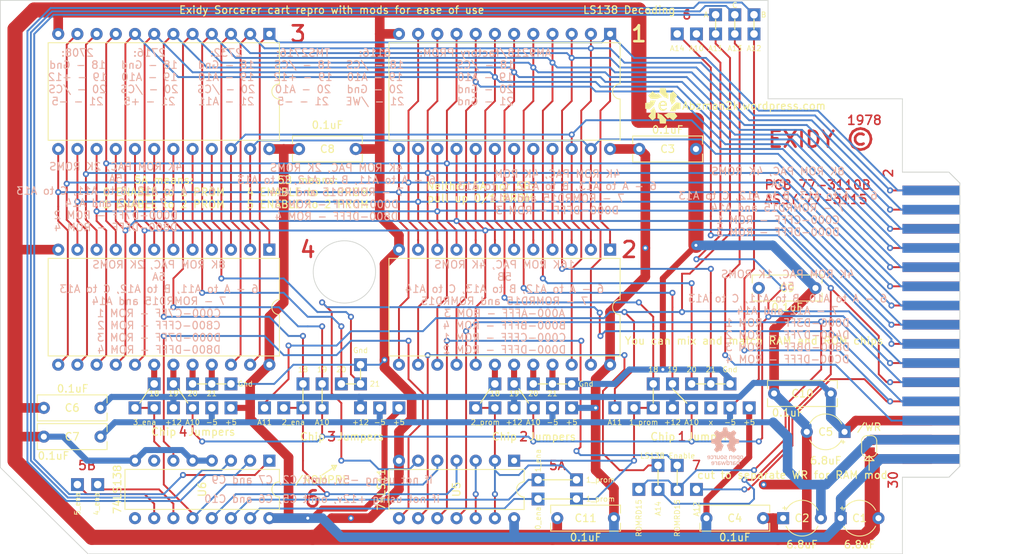
<source format=kicad_pcb>
(kicad_pcb (version 20221018) (generator pcbnew)
  (layers (0 "F.Cu" signal) (31 "B.Cu" signal) (34 "B.Paste" user) (35 "F.Paste" user) (36 "B.SilkS" user "B.Silkscreen") (37 "F.SilkS" user "F.Silkscreen") (38 "B.Mask" user) (39 "F.Mask" user) (44 "Edge.Cuts" user))
  (net 0 "")
  (net 1 "29")
  (net 2 "28")
  (net 3 "27")
  (net 4 "26")
  (net 5 "21")
  (net 6 "22")
  (net 7 "24")
  (net 8 "20")
  (net 9 "19")
  (net 10 "25")
  (net 12 "Net-(J24-Pad1)")
  (net 13 "1")
  (net 14 "2")
  (net 15 "3")
  (net 16 "4")
  (net 17 "6")
  (net 18 "8")
  (net 19 "9")
  (net 20 "10")
  (net 21 "11")
  (net 22 "12")
  (net 23 "13")
  (net 24 "14")
  (net 25 "15")
  (net 26 "16")
  (net 27 "17")
  (net 28 "18")
  (net 29 "23")
  (net 30 "Net-(U5-Pad12)")
  (net 31 "Net-(J31-Pad1)")
  (net 32 "Net-(J32-Pad1)")
  (net 33 "Net-(J16-Pad1)")
  (net 34 "Net-(U5-Pad8)")
  (net 35 "Net-(J54-Pad1)")
  (net 36 "Net-(J66-Pad1)")
  (net 39 "5")
  (net 40 "7")
  (net 41 "30")
  (net 42 "Net-(J21-Pad1)")
  (net 43 "Net-(J23-Pad1)")
  (net 44 "Net-(J25-Pad1)")
  (net 45 "Net-(J30-Pad1)")
  (net 46 "Net-(J38-Pad1)")
  (net 47 "Net-(J40-Pad1)")
  (net 48 "Net-(J42-Pad1)")
  (net 49 "Net-(J44-Pad1)")
  (net 50 "Net-(J51-Pad1)")
  (net 51 "Net-(J53-Pad1)")
  (net 52 "Net-(J55-Pad1)")
  (net 53 "Net-(J61-Pad1)")
  (net 54 "Net-(J63-Pad1)")
  (net 55 "Net-(J65-Pad1)")
  (net 56 "Net-(J67-Pad1)")
  (net 57 "Net-(J49-Pad1)")
  (net 58 "Net-(J5-Pad1)")
  (net 59 "Net-(J6-Pad1)")
  (net 60 "Net-(J17-Pad1)")
  (net 61 "Net-(J18-Pad1)")
  (net 62 "Net-(J19-Pad1)")
  (net 63 "Net-(J29-Pad1)")
  (net 64 "Net-(J34-Pad1)")
  (footprint "Evan's misc parts:PinHeader_1x01_P2.54mm_Vertical_nosilk" (layer "F.Cu") (at 100.33 121.285 180)
    (fp_text reference "J59" hide)
    (fp_text value "A" hide)
  )
  (footprint "Evan's misc parts:PinHeader_1x01_P2.54mm_Vertical_nosilk" (layer "F.Cu") (at 161.925 74.93 90)
    (fp_text reference "J9" hide)
    (fp_text value "A10" hide)
  )
  (footprint "Evan's misc parts:PinHeader_1x01_P2.54mm_Vertical_nosilk" (layer "F.Cu") (at 146.05 136.525)
    (fp_text reference "J33" hide)
    (fp_text value "1 PROM" hide)
  )
  (footprint "Evan's misc parts:PinHeader_1x01_P2.54mm_Vertical_nosilk" (layer "F.Cu") (at 100.33 124.46 180)
    (fp_text reference "J58" hide)
    (fp_text value "A" hide)
  )
  (footprint "Package_DIP:DIP-16_W7.62mm" (layer "F.Cu") (at 105.41 131.445 -90)
    (fp_text reference "U6")
    (fp_text value "74LS138")
  )
  (footprint "Evan's misc parts:Evan Logo" (layer "F.Cu") (at 157.48 84.455)
    (fp_text reference "G***" hide)
    (fp_text value "LOGO" hide)
  )
  (footprint "Evan's misc parts:PinHeader_1x01_P2.54mm_Vertical_nosilk" (layer "F.Cu") (at 140.97 136.525)
    (fp_text reference "J29" hide)
    (fp_text value "0 ENABLE" hide)
  )
  (footprint "Evan's misc parts:PinHeader_1x01_P2.54mm_Vertical_nosilk" (layer "F.Cu") (at 97.79 124.46 180)
    (fp_text reference "J60" hide)
    (fp_text value "A" hide)
  )
  (footprint "Evan's misc parts:PinHeader_1x01_P2.54mm_Vertical_nosilk" (layer "F.Cu") (at 161.29 121.285 180)
    (fp_text reference "J21" hide)
    (fp_text value "A" hide)
  )
  (footprint "Evan's misc parts:PinHeader_1x01_P2.54mm_Vertical_nosilk" (layer "F.Cu") (at 140.335 121.285 180)
    (fp_text reference "J40" hide)
    (fp_text value "A" hide)
  )
  (footprint "Evan's misc parts:PinHeader_1x01_P2.54mm_Vertical_nosilk" (layer "F.Cu") (at 153.67 124.46 180)
    (fp_text reference "J26" hide)
    (fp_text value "A" hide)
  )
  (footprint "Evan's misc parts:edge mounted 30 pin card edge connector (2x15 pin)" (layer "F.Cu") (at 189.185 133.6457 90)
    (fp_text reference "J28" hide)
    (fp_text value "Sorcerer Cart Slot")
    (fp_line (start 0 6.15) (end 0 0) (stroke (width 0.12)) (layer "Edge.Cuts"))
    (fp_line (start 0 6.15) (end 1.45 7.6) (stroke (width 0.12)) (layer "Edge.Cuts"))
    (fp_line (start 38.9614 7.6) (end 1.45 7.6) (stroke (width 0.12)) (layer "Edge.Cuts"))
    (fp_line (start 40.4114 6.15) (end 38.9614 7.6) (stroke (width 0.12)) (layer "Edge.Cuts"))
    (fp_line (start 40.4114 6.15) (end 40.4114 0) (stroke (width 0.12)) (layer "Edge.Cuts"))
  )
  (footprint "Evan's misc parts:PinHeader_1x01_P2.54mm_Vertical_nosilk" (layer "F.Cu") (at 122.555 124.46 180)
    (fp_text reference "J46" hide)
    (fp_text value "A" hide)
  )
  (footprint "Package_DIP:DIP-24_W15.24mm" (layer "F.Cu") (at 150.5 74.925 -90)
    (fp_text reference "U1" hide)
    (fp_text value "2716")
  )
  (footprint "Evan's misc parts:PinHeader_1x01_P2.54mm_Vertical_nosilk" (layer "F.Cu") (at 82.695 134.62 180)
    (fp_text reference "J31" hide)
    (fp_text value "4 ENABLE" hide)
  )
  (footprint "Evan's misc parts:PinHeader_1x01_P2.54mm_Vertical_nosilk" (layer "F.Cu") (at 164.465 72.39 90)
    (fp_text reference "J17" hide)
    (fp_text value "A" hide)
  )
  (footprint "Evan's misc parts:PinHeader_1x01_P2.54mm_Vertical_nosilk" (layer "F.Cu") (at 159.385 132.08 90)
    (fp_text reference "J6" hide)
    (fp_text value "Conn_01x01" hide)
  )
  (footprint "Evan's misc parts:PinHeader_1x01_P2.54mm_Vertical_nosilk" (layer "F.Cu") (at 166.37 121.285 180)
    (fp_text reference "J14" hide)
    (fp_text value "A" hide)
  )
  (footprint "Capacitor_THT:C_Rect_L9.0mm_W3.2mm_P7.50mm_MKT" (layer "F.Cu") (at 83.065 124.46 180)
    (fp_text reference "C6")
    (fp_text value "0.1uF")
  )
  (footprint "Evan's misc parts:PinHeader_1x01_P2.54mm_Vertical_nosilk" (layer "F.Cu") (at 135.255 124.46 180)
    (fp_text reference "J43" hide)
    (fp_text value "A" hide)
  )
  (footprint "Evan's misc parts:PinHeader_1x01_P2.54mm_Vertical_nosilk" (layer "F.Cu") (at 145.415 124.46 180)
    (fp_text reference "J35" hide)
    (fp_text value "A" hide)
  )
  (footprint "Evan's misc parts:PinHeader_1x01_P2.54mm_Vertical_nosilk" (layer "F.Cu") (at 87.63 124.46 180)
    (fp_text reference "J68" hide)
    (fp_text value "A" hide)
  )
  (footprint "Evan's misc parts:PinHeader_1x01_P2.54mm_Vertical_nosilk" (layer "F.Cu") (at 167.005 74.93 90)
    (fp_text reference "J11" hide)
    (fp_text value "A13" hide)
  )
  (footprint "Evan's misc parts:PinHeader_1x01_P2.54mm_Vertical_nosilk" (layer "F.Cu") (at 117.475 121.285 180)
    (fp_text reference "J49" hide)
    (fp_text value "A" hide)
  )
  (footprint "Capacitor_THT:C_Rect_L9.0mm_W3.2mm_P7.50mm_MKT" (layer "F.Cu") (at 177.68 108.585 180)
    (fp_text reference "C9")
    (fp_text value "0.1uF")
  )
  (footprint "Evan's misc parts:PinHeader_1x01_P2.54mm_Vertical_nosilk" (layer "F.Cu") (at 163.83 124.46 180)
    (fp_text reference "J15" hide)
    (fp_text value "A" hide)
  )
  (footprint "Evan's misc parts:PinHeader_1x01_P2.54mm_Vertical_nosilk" (layer "F.Cu") (at 95.25 121.285 180)
    (fp_text reference "J63" hide)
    (fp_text value "A" hide)
  )
  (footprint "Evan's misc parts:PinHeader_1x01_P2.54mm_Vertical_nosilk" (layer "F.Cu") (at 166.37 124.46 180)
    (fp_text reference "J13" hide)
    (fp_text value "A" hide)
  )
  (footprint "Evan's misc parts:PinHeader_1x01_P2.54mm_Vertical_nosilk" (layer "F.Cu") (at 92.71 124.46 180)
    (fp_text reference "J64" hide)
    (fp_text value "A" hide)
  )
  (footprint "Evan's misc parts:PinHeader_1x01_P2.54mm_Vertical_nosilk" (layer "F.Cu") (at 112.395 121.285 180)
    (fp_text reference "J53" hide)
    (fp_text value "A" hide)
  )
  (footprint "Evan's misc parts:PinHeader_1x01_P2.54mm_Vertical_nosilk" (layer "F.Cu") (at 104.775 124.46 180)
    (fp_text reference "J57" hide)
    (fp_text value "A" hide)
  )
  (footprint "Evan's misc parts:PinHeader_1x01_P2.54mm_Vertical_nosilk" (layer "F.Cu") (at 142.875 121.285 180)
    (fp_text reference "J38" hide)
    (fp_text value "A" hide)
  )
  (footprint "Evan's misc parts:PinHeader_1x01_P2.54mm_Vertical_nosilk" (layer "F.Cu") (at 92.71 121.285 180)
    (fp_text reference "J65" hide)
    (fp_text value "A" hide)
  )
  (footprint "Evan's misc parts:PinHeader_1x01_P2.54mm_Vertical_nosilk" (layer "F.Cu") (at 90.17 124.46 180)
    (fp_text reference "J66" hide)
    (fp_text value "A" hide)
  )
  (footprint "Evan's misc parts:PinHeader_1x01_P2.54mm_Vertical_nosilk" (layer "F.Cu") (at 156.845 135.255 90)
    (fp_text reference "J2" hide)
    (fp_text value "A14" hide)
  )
  (footprint "Evan's misc parts:PinHeader_1x01_P2.54mm_Vertical_nosilk" (layer "F.Cu") (at 90.17 121.285 180)
    (fp_text reference "J67" hide)
    (fp_text value "A" hide)
  )
  (footprint "Evan's misc parts:PinHeader_1x01_P2.54mm_Vertical_nosilk" (layer "F.Cu") (at 117.475 118.745 180)
    (fp_text reference "J50" hide)
    (fp_text value "A" hide)
  )
  (footprint "Evan's misc parts:PinHeader_1x01_P2.54mm_Vertical_nosilk" (layer "F.Cu") (at 132.715 124.46 180)
    (fp_text reference "J45" hide)
    (fp_text value "A" hide)
  )
  (footprint "Evan's misc parts:PinHeader_1x01_P2.54mm_Vertical_nosilk" (layer "F.Cu") (at 151.13 124.46 180)
    (fp_text reference "J27" hide)
    (fp_text value "A" hide)
  )
  (footprint "Evan's misc parts:PinHeader_1x01_P2.54mm_Vertical_nosilk" (layer "F.Cu") (at 140.97 133.985)
    (fp_text reference "J30" hide)
    (fp_text value "1 ENABLE" hide)
  )
  (footprint "Evan's misc parts:PinHeader_1x01_P2.54mm_Vertical_nosilk" (layer "F.Cu") (at 135.255 121.285 180)
    (fp_text reference "J44" hide)
    (fp_text value "A" hide)
  )
  (footprint "Evan's misc parts:PinHeader_1x01_P2.54mm_Vertical_nosilk" (layer "F.Cu") (at 137.795 121.285 180)
    (fp_text reference "J42" hide)
    (fp_text value "A" hide)
  )
  (footprint "Evan's misc parts:PinHeader_1x01_P2.54mm_Vertical_nosilk" (layer "F.Cu") (at 156.845 132.08 90)
    (fp_text reference "J5" hide)
    (fp_text value "Conn_01x01" hide)
  )
  (footprint "Evan's misc parts:PinHeader_1x01_P2.54mm_Vertical_nosilk" (layer "F.Cu") (at 142.875 124.46 180)
    (fp_text reference "J37" hide)
    (fp_text value "A" hide)
  )
  (footprint "Package_DIP:DIP-24_W15.24mm" (layer "F.Cu") (at 105.41 103.5 -90)
    (fp_text reference "U4" hide)
    (fp_text value "2716")
  )
  (footprint "Evan's misc parts:PinHeader_1x01_P2.54mm_Vertical_nosilk" (layer "F.Cu") (at 114.935 121.285 180)
    (fp_text reference "J51" hide)
    (fp_text value "A" hide)
  )
  (footprint "Evan's misc parts:PinHeader_1x01_P2.54mm_Vertical_nosilk" (layer "F.Cu") (at 168.91 124.46 180)
    (fp_text reference "J7" hide)
    (fp_text value "A" hide)
  )
  (footprint "Evan's misc parts:PinHeader_1x01_P2.54mm_Vertical_nosilk" (layer "F.Cu") (at 140.335 124.46 180)
    (fp_text reference "J39" hide)
    (fp_text value "A" hide)
  )
  (footprint "Evan's misc parts:PinHeader_1x01_P2.54mm_Vertical_nosilk" (layer "F.Cu") (at 109.855 121.285 180)
    (fp_text reference "J55" hide)
    (fp_text value "A" hide)
  )
  (footprint "Evan's misc parts:PinHeader_1x01_P2.54mm_Vertical_nosilk" (layer "F.Cu") (at 159.385 74.93 90)
    (fp_text reference "J8" hide)
    (fp_text value "A14" hide)
  )
  (footprint "Evan's misc parts:PinHeader_1x01_P2.54mm_Vertical_nosilk" (layer "F.Cu") (at 154.305 135.255 90)
    (fp_text reference "J1" hide)
    (fp_text value "ROMRD15" hide)
  )
  (footprint "Evan's misc parts:PinHeader_1x01_P2.54mm_Vertical_nosilk" (layer "F.Cu") (at 161.29 124.46 180)
    (fp_text reference "J20" hide)
    (fp_text value "A" hide)
  )
  (footprint "Evan's misc parts:PinHeader_1x01_P2.54mm_Vertical_nosilk" (layer "F.Cu") (at 137.795 124.46 180)
    (fp_text reference "J41" hide)
    (fp_text value "A" hide)
  )
  (footprint "Capacitor_THT:C_Rect_L9.0mm_W3.2mm_P7.50mm_MKT" (layer "F.Cu") (at 154.365 90.17)
    (fp_text reference "C3")
    (fp_text value "0.1uF")
  )
  (footprint "Evan's misc parts:PinHeader_1x01_P2.54mm_Vertical_nosilk" (layer "F.Cu") (at 117.475 124.46 180)
    (fp_text reference "J48" hide)
    (fp_text value "A" hide)
  )
  (footprint "Evan's misc parts:PinHeader_1x01_P2.54mm_Vertical_nosilk" (layer "F.Cu") (at 156.21 121.285 180)
    (fp_text reference "J25" hide)
    (fp_text value "A" hide)
  )
  (footprint "Evan's misc parts:PinHeader_1x01_P2.54mm_Vertical_nosilk" (layer "F.Cu") (at 167.005 72.39 90)
    (fp_text reference "J18" hide)
    (fp_text value "C" hide)
  )
  (footprint "Evan's misc parts:PinHeader_1x01_P2.54mm_Vertical_nosilk" (layer "F.Cu") (at 95.25 124.46 180)
    (fp_text reference "J62" hide)
    (fp_text value "A" hide)
  )
  (footprint "Evan's misc parts:PinHeader_1x01_P2.54mm_Vertical_nosilk" (layer "F.Cu") (at 146.05 133.985)
    (fp_text reference "J34" hide)
    (fp_text value "2 PROM" hide)
  )
  (footprint "Evan's misc parts:PinHeader_1x01_P2.54mm_Vertical_nosilk" (layer "F.Cu") (at 112.395 124.46 180)
    (fp_text reference "J52" hide)
    (fp_text value "A" hide)
  )
  (footprint "Evan's misc parts:PinHeader_1x01_P2.54mm_Vertical_nosilk" (layer "F.Cu") (at 158.75 121.285 180)
    (fp_text reference "J23" hide)
    (fp_text value "A" hide)
  )
  (footprint "Evan's misc parts:PinHeader_1x01_P2.54mm_Vertical_nosilk" (layer "F.Cu") (at 163.83 121.285 180)
    (fp_text reference "J16" hide)
    (fp_text value "A" hide)
  )
  (footprint "Evan's misc parts:PinHeader_1x01_P2.54mm_Vertical_nosilk" (layer "F.Cu") (at 109.855 124.46 180)
    (fp_text reference "J54" hide)
    (fp_text value "A" hide)
  )
  (footprint "Evan's misc parts:PinHeader_1x01_P2.54mm_Vertical_nosilk" (layer "F.Cu") (at 145.415 121.285 180)
    (fp_text reference "J36" hide)
    (fp_text value "A" hide)
  )
  (footprint "Package_DIP:DIP-14_W7.62mm" (layer "F.Cu") (at 137.8 131.455 -90)
    (fp_text reference "U5")
    (fp_text value "74LS11")
  )
  (footprint "Evan's misc parts:PinHeader_1x01_P2.54mm_Vertical_nosilk" (layer "F.Cu") (at 169.545 72.39 90)
    (fp_text reference "J19" hide)
    (fp_text value "B" hide)
  )
  (footprint "Evan's misc parts:PinHeader_1x01_P2.54mm_Vertical_nosilk" (layer "F.Cu") (at 80.01 134.62 180)
    (fp_text reference "J32" hide)
    (fp_text value "5 ENABLE" hide)
  )
  (footprint "Capacitor_THT:CP_Radial_Tantal_D4.5mm_P5.00mm" (layer "F.Cu") (at 173.395 139.065)
    (fp_text reference "C2")
    (fp_text value "6.8uF")
  )
  (footprint "Capacitor_THT:C_Rect_L9.0mm_W3.2mm_P7.50mm_MKT" (layer "F.Cu") (at 109.34 90.17)
    (fp_text reference "C8")
    (fp_text value "0.1uF")
  )
  (footprint "Evan's misc parts:PinHeader_1x01_P2.54mm_Vertical_nosilk" (layer "F.Cu") (at 156.21 124.46 180)
    (fp_text reference "J24" hide)
    (fp_text value "A" hide)
  )
  (footprint "Evan's misc parts:PinHeader_1x01_P2.54mm_Vertical_nosilk" (layer "F.Cu") (at 159.385 135.255 90)
    (fp_text reference "J3" hide)
    (fp_text value "ROMRD15" hide)
  )
  (footprint "Jumper:SolderJumper-2_P1.3mm_Open_RoundedPad1.0x1.5mm" (layer "F.Cu") (at 184.785 129.54 90)
    (fp_text reference "J69" hide)
    (fp_text value "RAM cut")
  )
  (footprint "Evan's misc parts:PinHeader_1x01_P2.54mm_Vertical_nosilk" (layer "F.Cu") (at 161.925 135.255 90)
    (fp_text reference "J4" hide)
    (fp_text value "A12" hide)
  )
  (footprint "Evan's misc parts:PinHeader_1x01_P2.54mm_Vertical_nosilk" (layer "F.Cu") (at 107.315 124.46 180)
    (fp_text reference "J56" hide)
    (fp_text value "A" hide)
  )
  (footprint "Package_DIP:DIP-24_W15.24mm" (layer "F.Cu") (at 105.41 74.93 -90)
    (fp_text reference "U3" hide)
    (fp_text value "2716")
  )
  (footprint "Capacitor_THT:C_Rect_L9.0mm_W3.2mm_P7.50mm_MKT" (layer "F.Cu") (at 179.705 122.555 180)
    (fp_text reference "C10")
    (fp_text value "0.1uF")
  )
  (footprint "Evan's misc parts:PinHeader_1x01_P2.54mm_Vertical_nosilk" (layer "F.Cu") (at 120.015 124.46 180)
    (fp_text reference "J47" hide)
    (fp_text value "A" hide)
  )
  (footprint "Capacitor_THT:CP_Radial_Tantal_D4.5mm_P5.00mm" (layer "F.Cu") (at 181.53 127.635 180)
    (fp_text reference "C5")
    (fp_text value "6.8uF")
  )
  (footprint "Evan's misc parts:PinHeader_1x01_P2.54mm_Vertical_nosilk" (layer "F.Cu") (at 97.79 121.285 180)
    (fp_text reference "J61" hide)
    (fp_text value "A" hide)
  )
  (footprint "Capacitor_THT:CP_Radial_Tantal_D4.5mm_P5.00mm" (layer "F.Cu") (at 181.015 139.065)
    (fp_text reference "C1")
    (fp_text value "6.8uF")
  )
  (footprint "Capacitor_THT:C_Rect_L9.0mm_W3.2mm_P7.50mm_MKT" (layer "F.Cu") (at 151.01 139.065 180)
    (fp_text reference "C11")
    (fp_text value "0.1uF")
  )
  (footprint "Capacitor_THT:C_Rect_L9.0mm_W3.2mm_P7.50mm_MKT" (layer "F.Cu") (at 75.565 128.27)
    (fp_text reference "C7")
    (fp_text value "0.1uF")
  )
  (footprint "Evan's misc parts:PinHeader_1x01_P2.54mm_Vertical_nosilk" (layer "F.Cu") (at 158.75 124.46 180)
    (fp_text reference "J22" hide)
    (fp_text value "A" hide)
  )
  (footprint "Package_DIP:DIP-24_W15.24mm" (layer "F.Cu") (at 150.5 103.5 -90)
    (fp_text reference "U2" hide)
    (fp_text value "2716")
  )
  (footprint "Evan's misc parts:PinHeader_1x01_P2.54mm_Vertical_nosilk" (layer "F.Cu") (at 169.545 74.93 90)
    (fp_text reference "J12" hide)
    (fp_text value "A12" hide)
  )
  (footprint "Capacitor_THT:C_Rect_L9.0mm_W3.2mm_P7.50mm_MKT" (layer "F.Cu") (at 163.255 139.065)
    (fp_text reference "C4")
    (fp_text value "0.1uF")
  )
  (footprint "Evan's misc parts:PinHeader_1x01_P2.54mm_Vertical_nosilk" (layer "F.Cu") (at 164.465 74.93 90)
    (fp_text reference "J10" hide)
    (fp_text value "A11" hide)
  )
  (footprint "Evan's misc parts:OSHW gear" (layer "B.Cu") (at 165.735 129.54 180)
    (fp_text reference "G***" hide)
    (fp_text value "LOGO" hide)
  )
  (gr_line (start 113.665 132.08) (end 113.9825 132.715) (stroke (width 0.15)) (layer "F.SilkS"))
  (gr_line (start 112.395 121.92) (end 112.395 123.825) (stroke (width 0.15)) (layer "F.SilkS"))
  (gr_line (start 97.155 121.285) (end 95.885 121.285) (stroke (width 0.15)) (layer "F.SilkS"))
  (gr_line (start 141.605 133.985) (end 145.415 133.985) (stroke (width 0.15)) (layer "F.SilkS"))
  (gr_line (start 93.345 121.92) (end 94.615 123.825) (stroke (width 0.15)) (layer "F.SilkS"))
  (gr_line (start 184.15 131.445) (end 185.42 131.445) (stroke (width 0.15)) (layer "F.SilkS"))
  (gr_line (start 185.42 131.445) (end 184.785 130.81) (stroke (width 0.15)) (layer "F.SilkS"))
  (gr_line (start 169.545 73.025) (end 169.545 74.295) (stroke (width 0.15)) (layer "F.SilkS"))
  (gr_line (start 112.395 133.35) (end 114.3 132.08) (stroke (width 0.15)) (layer "F.SilkS"))
  (gr_line (start 114.3 132.08) (end 113.665 132.08) (stroke (width 0.15)) (layer "F.SilkS"))
  (gr_line (start 113.9825 132.715) (end 114.3 132.08) (stroke (width 0.15)) (layer "F.SilkS"))
  (gr_line (start 164.465 73.025) (end 164.465 74.295) (stroke (width 0.15)) (layer "F.SilkS"))
  (gr_line (start 141.605 136.525) (end 145.415 136.525) (stroke (width 0.15)) (layer "F.SilkS"))
  (gr_line (start 158.75 121.92) (end 160.655 123.825) (stroke (width 0.15)) (layer "F.SilkS"))
  (gr_line (start 161.925 121.285) (end 163.195 121.285) (stroke (width 0.15)) (layer "F.SilkS"))
  (gr_line (start 156.845 132.715) (end 156.845 134.62) (stroke (width 0.15)) (layer "F.SilkS"))
  (gr_line (start 184.785 132.715) (end 184.785 130.81) (stroke (width 0.15)) (layer "F.SilkS"))
  (gr_line (start 156.21 121.92) (end 156.21 123.825) (stroke (width 0.15)) (layer "F.SilkS"))
  (gr_line (start 134.62 121.92) (end 133.35 123.825) (stroke (width 0.15)) (layer "F.SilkS"))
  (gr_line (start 138.43 121.92) (end 139.7 123.825) (stroke (width 0.15)) (layer "F.SilkS"))
  (gr_line (start 99.695 121.285) (end 98.425 121.285) (stroke (width 0.15)) (layer "F.SilkS"))
  (gr_line (start 159.385 132.715) (end 159.385 134.62) (stroke (width 0.15)) (layer "F.SilkS"))
  (gr_line (start 164.465 121.285) (end 165.735 121.285) (stroke (width 0.15)) (layer "F.SilkS"))
  (gr_line (start 89.535 121.92) (end 88.265 123.825) (stroke (width 0.15)) (layer "F.SilkS"))
  (gr_line (start 167.005 73.025) (end 167.005 74.295) (stroke (width 0.15)) (layer "F.SilkS"))
  (gr_line (start 117.475 120.65) (end 117.475 119.38) (stroke (width 0.15)) (layer "F.SilkS"))
  (gr_line (start 142.24 121.285) (end 140.97 121.285) (stroke (width 0.15)) (layer "F.SilkS"))
  (gr_line (start 144.78 121.285) (end 143.51 121.285) (stroke (width 0.15)) (layer "F.SilkS"))
  (gr_line (start 116.84 121.285) (end 115.57 121.285) (stroke (width 0.15)) (layer "F.SilkS"))
  (gr_line (start 109.855 121.92) (end 109.855 123.825) (stroke (width 0.15)) (layer "F.SilkS"))
  (gr_line (start 184.785 130.81) (end 184.15 131.445) (stroke (width 0.15)) (layer "F.SilkS"))
  (gr_line (start 189.185 93.2343) (end 189.185 83.5143) (stroke (width 0.1)) (layer "Edge.Cuts"))
  (gr_circle (center 115.34 106.4493) (end 115.34 102.3243) (stroke (width 0.1)) (fill none) (layer "Edge.Cuts"))
  (gr_line (start 189.185 83.5143) (end 171.405 83.5143) (stroke (width 0.1)) (layer "Edge.Cuts"))
  (gr_line (start 171.405 83.5143) (end 171.405 70.4843) (stroke (width 0.1)) (layer "Edge.Cuts"))
  (gr_line (start 189.185 133.6457) (end 189.185 143.7957) (stroke (width 0.1)) (layer "Edge.Cuts"))
  (gr_line (start 69.815 70.4843) (end 69.815 132.3643) (stroke (width 0.1)) (layer "Edge.Cuts"))
  (gr_line (start 81.415 143.7957) (end 69.815 132.3643) (stroke (width 0.1)) (layer "Edge.Cuts"))
  (gr_line (start 189.185 143.7957) (end 81.415 143.7957) (stroke (width 0.1)) (layer "Edge.Cuts"))
  (gr_line (start 171.405 70.4843) (end 69.815 70.4843) (stroke (width 0.1)) (layer "Edge.Cuts"))
  (gr_text "PCB 77-3110B\nASSY 77-3115" (at 170.815 95.885) (layer "F.Cu") (effects (font (size 1.2 1.2) (thickness 0.2)) (justify left)))
  (gr_text "2" (at 187.325 93.345 90) (layer "F.Cu") (effects (font (size 1.2 1.2) (thickness 0.2))))
  (gr_text "3" (at 109.22 74.93) (layer "F.Cu") (effects (font (size 2.1 2.1) (thickness 0.35))))
  (gr_text "5B" (at 81.28 132.08) (layer "F.Cu") (effects (font (size 1.2 1.2) (thickness 0.2))))
  (gr_text "EXIDY ©" (at 178.435 88.9) (layer "F.Cu") (effects (font (size 2.1 2.1) (thickness 0.35))))
  (gr_text "4" (at 110.49 103.5) (layer "F.Cu") (effects (font (size 2.1 2.1) (thickness 0.35))))
  (gr_text "2" (at 153.035 103.505) (layer "F.Cu") (effects (font (size 2.1 2.1) (thickness 0.35))))
  (gr_text "6" (at 160.655 72.39) (layer "F.Cu") (effects (font (size 1.2 1.2) (thickness 0.2))))
  (gr_text "1" (at 160.02 128.27) (layer "F.Cu") (effects (font (size 1.2 1.2) (thickness 0.2))))
  (gr_text "1978" (at 184.15 86.36) (layer "F.Cu") (effects (font (size 1.2 1.2) (thickness 0.2))))
  (gr_text "3" (at 113.665 128.27) (layer "F.Cu") (effects (font (size 1.2 1.2) (thickness 0.2))))
  (gr_text "2" (at 139.065 128.27) (layer "F.Cu") (effects (font (size 1.2 1.2) (thickness 0.2))))
  (gr_text "6" (at 111.125 136.525) (layer "F.Cu") (effects (font (size 2.1 2.1) (thickness 0.35))))
  (gr_text "7" (at 161.925 132.08) (layer "F.Cu") (effects (font (size 1.2 1.2) (thickness 0.2))))
  (gr_text "5A" (at 143.51 132.08) (layer "F.Cu") (effects (font (size 1.2 1.2) (thickness 0.2))))
  (gr_text "4" (at 93.98 127.635) (layer "F.Cu") (effects (font (size 1.2 1.2) (thickness 0.2))))
  (gr_text "30" (at 187.96 133.985 90) (layer "F.Cu") (effects (font (size 1.2 1.2) (thickness 0.2))))
  (gr_text "6116:\n18 - /CS\n19 - A10\n20 - Gnd\n21 - /WE" (at 119.38 80.645) (layer "B.SilkS") (effects (font (size 1 1)) (justify mirror)))
  (gr_text "TMS2716:\n18 - /CS\n19 - +12\n20 - A10\n21 - -5" (at 109.855 80.645) (layer "B.SilkS") (effects (font (size 1 1)) (justify mirror)))
  (gr_text "4K ROM PAC, 1K ROMS\n5A\n6 - A to A10, B to A11, C to A13\n7 - A12 and A14\nD000-D3FF - ROM 1\nD400-D7FF - ROM 2\nD800-DBFF - ROM 3\nDC00-DFFF - ROM 4" (at 173.99 112.395) (layer "B.SilkS") (effects (font (size 1 1)) (justify mirror)))
  (gr_text "4K ROM PAC, 2K ROMS\n5A\n6 - A to A12, B to A11, C to A13\n7 - A12 and A14\nD000-D7FF - ROM 2\nD800-DFFF - ROM 4" (at 85.09 96.52) (layer "B.SilkS") (effects (font (size 1 1)) (justify mirror)))
  (gr_text "2732:\n18 - Gnd\n19 - A10\n20 - /CS\n21 - A11" (at 99.695 80.645) (layer "B.SilkS") (effects (font (size 1 1)) (justify mirror)))
  (gr_text "2716:\n18 - Gnd\n19 - A10\n20 - /CS\n21 - +5" (at 89.535 80.645) (layer "B.SilkS") (effects (font (size 1 1)) (justify mirror)))
  (gr_text "4K ROM PAC, 2K ROMS\n6 - A to A11, B to A12, C to A13\n7 - ROMRD15 and A14\nD000-D7FF - ROM 3\nD800-DFFF - ROM 4" (at 114.3 95.885) (layer "B.SilkS") (effects (font (size 1 1)) (justify mirror)))
  (gr_text "8K ROM PAC, 2K ROMS\n5A\n6 - A to A11, B to A12, C to A13\n7 - ROMRD15 and A14\nC000-C7FF - ROM 1\nC800-CFFF - ROM 2\nD000-D7FF - ROM 3\nD800-DFFF - ROM 4" (at 90.805 111.125) (layer "B.SilkS") (effects (font (size 1 1)) (justify mirror)))
  (gr_text "if not using -5v, omit C2, C7 and C9" (at 112.395 133.985) (layer "B.SilkS") (effects (font (size 1 1)) (justify mirror)))
  (gr_text "16K ROM PAC, 4K ROMS\n5B\n6 - A to A12, B to A13, C to A14\n7 - ROMRD15 and ROMRD15\nA000-AFFF - ROM 3\nB000-BFFF - ROM 4\nC000-CFFF - ROM 1\nD000-DFFF - ROM 2" (at 136.525 111.125) (layer "B.SilkS") (effects (font (size 1 1)) (justify mirror)))
  (gr_text "8K ROM PAC, 4K ROMS\n5A\n6 - A to A13, B to A12, C to A13\n7 - ROMRD15 and A14\nC000-CFFF - ROM 1\nD000-DFFF - ROM 3" (at 172.72 97.155) (layer "B.SilkS") (effects (font (size 1 1)) (justify mirror)))
  (gr_text "2708:\n18 - Gnd\n19 - +12\n20 - /CS\n21 - -5" (at 80.01 80.645) (layer "B.SilkS") (effects (font (size 1 1)) (justify mirror)))
  (gr_text "4K ROM PAC, 4K ROM\n6 - A to A13, B to A12, C to A13\n7 - ROMRD15 and A14\nD000-DFFF - ROM 3" (at 143.51 95.885) (layer "B.SilkS") (effects (font (size 1 1)) (justify mirror)))
  (gr_text "AM9218/factory PROM:\n18 - /CS\n19 - A10\n20 - Gnd\n21 - Gnd" (at 133.985 80.645) (layer "B.SilkS") (effects (font (size 1 1)) (justify mirror)))
  (gr_text "if not using +12v, omit C5, C6 and C10" (at 112.395 136.525) (layer "B.SilkS") (effects (font (size 1 1)) (justify mirror)))
  (gr_text "18" (at 135.255 122.555) (layer "F.SilkS") (effects (font (size 0.7 0.7) (thickness 0.1))))
  (gr_text "LS138 Enable" (at 158.115 130.81) (layer "F.SilkS") (effects (font (size 0.7 0.7) (thickness 0.1))))
  (gr_text "A14" (at 156.845 137.795 90) (layer "F.SilkS") (effects (font (size 0.7 0.7) (thickness 0.1))))
  (gr_text "Gnd" (at 166.37 119.38) (layer "F.SilkS") (effects (font (size 0.7 0.7) (thickness 0.1))))
  (gr_text "A12" (at 169.545 76.835) (layer "F.SilkS") (effects (font (size 0.7 0.7) (thickness 0.1))))
  (gr_text "20" (at 95.25 122.555) (layer "F.SilkS") (effects (font (size 0.7 0.7) (thickness 0.1))))
  (gr_text "5_ena" (at 80.01 137.16 90) (layer "F.SilkS") (effects (font (size 0.7 0.7) (thickness 0.1))))
  (gr_text "Chip" (at 91.44 127.635) (layer "F.SilkS") (effects (font (size 1 1))))
  (gr_text "x" (at 163.83 126.365) (layer "F.SilkS") (effects (font (size 0.7 0.7) (thickness 0.1))))
  (gr_text "Chip" (at 111.125 128.27) (layer "F.SilkS") (effects (font (size 1 1))))
  (gr_text "20" (at 114.935 119.38) (layer "F.SilkS") (effects (font (size 0.7 0.7) (thickness 0.1))))
  (gr_text "-5" (at 142.875 126.365) (layer "F.SilkS") (effects (font (size 0.7 0.7) (thickness 0.1))))
  (gr_text "-5" (at 97.79 126.365) (layer "F.SilkS") (effects (font (size 0.7 0.7) (thickness 0.1))))
  (gr_text "2_prom" (at 133.985 126.365) (layer "F.SilkS") (effects (font (size 0.7 0.7) (thickness 0.1))))
  (gr_text "18" (at 109.855 119.38) (layer "F.SilkS") (effects (font (size 0.7 0.7) (thickness 0.1))))
  (gr_text "Exidy Sorcerer cart repro with mods for ease of use" (at 113.665 71.755) (layer "F.SilkS") (effects (font (size 1 1))))
  (gr_text "19" (at 158.75 119.38) (layer "F.SilkS") (effects (font (size 0.7 0.7) (thickness 0.1))))
  (gr_text "You can mix and match RAM and ROM chips" (at 169.545 115.57) (layer "F.SilkS") (effects (font (size 1 1))))
  (gr_text "Abzman2k.wordpress.com" (at 169.545 84.455) (layer "F.SilkS") (effects (font (size 1 1))))
  (gr_text "Jumpers" (at 142.875 128.27) (layer "F.SilkS") (effects (font (size 1 1))))
  (gr_text "A13" (at 167.005 76.835) (layer "F.SilkS") (effects (font (size 0.7 0.7) (thickness 0.1))))
  (gr_text "A11" (at 104.775 126.365) (layer "F.SilkS") (effects (font (size 0.7 0.7) (thickness 0.1))))
  (gr_text "A10" (at 95.25 126.365) (layer "F.SilkS") (effects (font (size 0.7 0.7) (thickness 0.1))))
  (gr_text "Jumpers" (at 163.83 128.27) (layer "F.SilkS") (effects (font (size 1 1))))
  (gr_text "-5" (at 166.37 126.365) (layer "F.SilkS") (effects (font (size 0.7 0.7) (thickness 0.1))))
  (gr_text "19" (at 92.71 122.555) (layer "F.SilkS") (effects (font (size 0.7 0.7) (thickness 0.1))))
  (gr_text "A11" (at 151.13 126.365) (layer "F.SilkS") (effects (font (size 0.7 0.7) (thickness 0.1))))
  (gr_text "1_prom" (at 149.225 136.525) (layer "F.SilkS") (effects (font (size 0.7 0.7) (thickness 0.1))))
  (gr_text "20" (at 161.29 119.38) (layer "F.SilkS") (effects (font (size 0.7 0.7) (thickness 0.1))))
  (gr_text "2_ena" (at 108.585 126.365) (layer "F.SilkS") (effects (font (size 0.7 0.7) (thickness 0.1))))
  (gr_text "/WR" (at 184.785 127) (layer "F.SilkS") (effects (font (size 1 1))))
  (gr_text "3_ena" (at 88.9 126.365) (layer "F.SilkS") (effects (font (size 0.7 0.7) (thickness 0.1))))
  (gr_text "19" (at 112.395 119.38) (layer "F.SilkS") (effects (font (size 0.7 0.7) (thickness 0.1))))
  (gr_text "-5" (at 120.015 126.365) (layer "F.SilkS") (effects (font (size 0.7 0.7) (thickness 0.1))))
  (gr_text "5B means:\n4 ENABLE to 1 PROM\n5 ENABLE to 2 PROM" (at 110.49 95.885) (layer "F.SilkS") (effects (font (size 1 1))))
  (gr_text "cut to separate WR for RAM mod" (at 174.625 133.35) (layer "F.SilkS") (effects (font (size 1 1))))
  (gr_text "20" (at 140.335 122.555) (layer "F.SilkS") (effects (font (size 0.7 0.7) (thickness 0.1))))
  (gr_text "+12" (at 137.795 126.365) (layer "F.SilkS") (effects (font (size 0.7 0.7) (thickness 0.1))))
  (gr_text "+12" (at 158.75 126.365) (layer "F.SilkS") (effects (font (size 0.7 0.7) (thickness 0.1))))
  (gr_text "21" (at 163.83 119.38) (layer "F.SilkS") (effects (font (size 0.7 0.7) (thickness 0.1))))
  (gr_text "Chip" (at 157.48 128.27) (layer "F.SilkS") (effects (font (size 1 1))))
  (gr_text "B" (at 170.815 72.39) (layer "F.SilkS") (effects (font (size 0.7 0.7) (thickness 0.1))))
  (gr_text "Gnd" (at 117.475 116.84) (layer "F.SilkS") (effects (font (size 0.7 0.7) (thickness 0.1))))
  (gr_text "Neither 5A nor 5B:\npull up 0/1 PROM" (at 133.35 95.885) (layer "F.SilkS") (effects (font (size 1 1))))
  (gr_text "+5" (at 145.415 126.365) (layer "F.SilkS") (effects (font (size 0.7 0.7) (thickness 0.1))))
  (gr_text "A" (at 163.195 72.39) (layer "F.SilkS") (effects (font (size 0.7 0.7) (thickness 0.1))))
  (gr_text "1_ena" (at 140.97 131.445 90) (layer "F.SilkS") (effects (font (size 0.7 0.7) (thickness 0.1))))
  (gr_text "21" (at 119.38 121.285) (layer "F.SilkS") (effects (font (size 0.7 0.7) (thickness 0.1))))
  (gr_text "+12" (at 117.475 126.365) (layer "F.SilkS") (effects (font (size 0.7 0.7) (thickness 0.1))))
  (gr_text "19" (at 137.795 122.555) (layer "F.SilkS") (effects (font (size 0.7 0.7) (thickness 0.1))))
  (gr_text "21" (at 97.79 122.555) (layer "F.SilkS") (effects (font (size 0.7 0.7) (thickness 0.1))))
  (gr_text "ROMRD15" (at 154.305 139.065 90) (layer "F.SilkS") (effects (font (size 0.7 0.7) (thickness 0.1))))
  (gr_text "Gnd" (at 102.235 121.285) (layer "F.SilkS") (effects (font (size 0.7 0.7) (thickness 0.1))))
  (gr_text "A10" (at 140.335 126.365) (layer "F.SilkS") (effects (font (size 0.7 0.7) (thickness 0.1))))
  (gr_text "+5" (at 168.91 126.365) (layer "F.SilkS") (effects (font (size 0.7 0.7) (thickness 0.1))))
  (gr_text "4_ena" (at 82.55 137.16 90) (layer "F.SilkS") (effects (font (size 0.7 0.7) (thickness 0.1))))
  (gr_text "Gnd" (at 147.32 121.285) (layer "F.SilkS") (effects (font (size 0.7 0.7) (thickness 0.1))))
  (gr_text "LS138 Decoding" (at 153.035 71.755) (layer "F.SilkS") (effects (font (size 1 1))))
  (gr_text "C" (at 167.005 71.12) (layer "F.SilkS") (effects (font (size 0.7 0.7) (thickness 0.1))))
  (gr_text "18" (at 90.17 122.555) (layer "F.SilkS") (effects (font (size 0.7 0.7) (thickness 0.1))))
  (gr_text "A10" (at 112.395 126.365) (layer "F.SilkS") (effects (font (size 0.7 0.7) (thickness 0.1))))
  (gr_text "Chip" (at 136.525 128.27) (layer "F.SilkS") (effects (font (size 1 1))))
  (gr_text "/ROMPRE" (at 112.395 133.985) (layer "F.SilkS") (effects (font (size 1 1))))
  (gr_text "21" (at 142.875 122.555) (layer "F.SilkS") (effects (font (size 0.7 0.7) (thickness 0.1))))
  (gr_text "18" (at 156.21 119.38) (layer "F.SilkS") (effects (font (size 0.7 0.7) (thickness 0.1))))
  (gr_text "A10" (at 161.925 76.835) (layer "F.SilkS") (effects (font (size 0.7 0.7) (thickness 0.1))))
  (gr_text "1_prom" (at 149.225 133.985) (layer "F.SilkS") (effects (font (size 0.7 0.7) (thickness 0.1))))
  (gr_text "1" (at 154.305 74.93) (layer "F.SilkS") (effects (font (size 2.1 2.1) (thickness 0.35))))
  (gr_text "0_ena" (at 140.97 139.065 90) (layer "F.SilkS") (effects (font (size 0.7 0.7) (thickness 0.1))))
  (gr_text "A12" (at 161.925 137.872 90) (layer "F.SilkS") (effects (font (size 0.7 0.7) (thickness 0.1))))
  (gr_text "A14" (at 159.385 76.835) (layer "F.SilkS") (effects (font (size 0.7 0.7) (thickness 0.1))))
  (gr_text "1_prom" (at 154.94 126.365) (layer "F.SilkS") (effects (font (size 0.7 0.7) (thickness 0.1))))
  (gr_text "+5" (at 122.555 126.365) (layer "F.SilkS") (effects (font (size 0.7 0.7) (thickness 0.1))))
  (gr_text "+5" (at 100.33 126.365) (layer "F.SilkS") (effects (font (size 0.7 0.7) (thickness 0.1))))
  (gr_text "ROMRD15" (at 159.385 139.065 90) (layer "F.SilkS") (effects (font (size 0.7 0.7) (thickness 0.1))))
  (gr_text "A11" (at 164.465 76.835) (layer "F.SilkS") (effects (font (size 0.7 0.7) (thickness 0.1))))
  (gr_text "Jumpers" (at 117.475 128.27) (layer "F.SilkS") (effects (font (size 1 1))))
  (gr_text "A10" (at 161.29 126.365) (layer "F.SilkS") (effects (font (size 0.7 0.7) (thickness 0.1))))
  (gr_text "5A means:\n0 ENABLE to 1 PROM\n1 ENABLE to 2 PROM" (at 91.44 95.885) (layer "F.SilkS") (effects (font (size 1 1))))
  (gr_text "Jumpers" (at 97.79 127.635) (layer "F.SilkS") (effects (font (size 1 1))))
  (gr_text "+12" (at 92.71 126.365) (layer "F.SilkS") (effects (font (size 0.7 0.7) (thickness 0.1))))
  (segment (start 163.255 136.644511) (end 163.255 139.065) (width 0.8) (layer "F.Cu") (net 1))
  (segment (start 150.5 118.74) (end 148.59 120.65) (width 1.27) (layer "F.Cu") (net 1))
  (segment (start 168.91 130.989511) (end 163.255 136.644511) (width 0.8) (layer "F.Cu") (net 1))
  (segment (start 107.95 139.065) (end 105.41 139.065) (width 1.27) (layer "F.Cu") (net 1))
  (segment (start 120.65 126.724022) (end 120.65 135.255) (width 0.8) (layer "F.Cu") (net 1))
  (segment (start 148.59 132.715) (end 151.01 135.135) (width 1.27) (layer "F.Cu") (net 1))
  (segment (start 151.01 135.135) (end 151.01 139.065) (width 1.27) (layer "F.Cu") (net 1))
  (segment (start 107.315 90.17) (end 107.315 110.49) (width 1.27) (layer "F.Cu") (net 1))
  (segment (start 154.365 90.17) (end 155.164999 90.969999) (width 1.27) (layer "F.Cu") (net 1))
  (segment (start 105.41 112.395) (end 105.41 118.74) (width 1.27) (layer "F.Cu") (net 1))
  (segment (start 112.395 137.795) (end 111.125 139.065) (width 0.8) (layer "F.Cu") (net 1))
  (segment (start 107.95 131.004022) (end 107.95 139.065) (width 1.27) (layer "F.Cu") (net 1))
  (segment (start 155.164999 103.280001) (end 155.164999 107.090001) (width 1.27) (layer "F.Cu") (net 1))
  (segment (start 100.33 124.46) (end 102.87 124.46) (width 0.8) (layer "F.Cu") (net 1))
  (segment (start 107.95 139.065) (end 110.49 139.065) (width 1.27) (layer "F.Cu") (net 1))
  (segment (start 107.315 90.17) (end 109.34 90.17) (width 1.27) (layer "F.Cu") (net 1))
  (segment (start 150.5 111.765) (end 150.5 118.74) (width 1.27) (layer "F.Cu") (net 1))
  (segment (start 118.11 137.795) (end 112.395 137.795) (width 0.8) (layer "F.Cu") (net 1))
  (segment (start 155.164999 107.090001) (end 150.495 111.76) (width 1.27) (layer "F.Cu") (net 1))
  (segment (start 155.164999 90.969999) (end 155.164999 103.280001) (width 1.27) (layer "F.Cu") (net 1))
  (segment (start 168.91 124.46) (end 168.91 130.989511) (width 0.8) (layer "F.Cu") (net 1))
  (segment (start 105.41 118.74) (end 102.87 121.28) (width 1.27) (layer "F.Cu") (net 1))
  (segment (start 102.87 124.46) (end 102.87 125.924022) (width 1.27) (layer "F.Cu") (net 1))
  (segment (start 154.36 90.165) (end 154.365 90.17) (width 1.27) (layer "F.Cu") (net 1))
  (segment (start 105.41 90.17) (end 107.315 90.17) (width 1.27) (layer "F.Cu") (net 1))
  (segment (start 120.65 135.255) (end 118.11 137.795) (width 0.8) (layer "F.Cu") (net 1))
  (segment (start 150.495 111.76) (end 150.5 111.765) (width 1.27) (layer "F.Cu") (net 1))
  (segment (start 122.555 124.46) (end 122.555 124.819022) (width 0.8) (layer "F.Cu") (net 1))
  (segment (start 148.59 120.65) (end 148.59 132.715) (width 1.27) (layer "F.Cu") (net 1))
  (segment (start 102.87 121.28) (end 102.87 124.46) (width 1.27) (layer "F.Cu") (net 1))
  (segment (start 111.125 139.065) (end 110.49 139.065) (width 0.8) (layer "F.Cu") (net 1))
  (segment (start 122.555 124.819022) (end 120.65 126.724022) (width 0.8) (layer "F.Cu") (net 1))
  (segment (start 107.315 110.49) (end 105.41 112.395) (width 1.27) (layer "F.Cu") (net 1))
  (segment (start 150.5 90.165) (end 154.36 90.165) (width 1.27) (layer "F.Cu") (net 1))
  (segment (start 102.87 125.924022) (end 107.95 131.004022) (width 1.27) (layer "F.Cu") (net 1))
  (via (at 155.164999 103.280001) (size 0.8) (drill 0.4) (layers "F.Cu" "B.Cu") (net 1))
  (via (at 148.59 124.46) (size 0.8) (drill 0.4) (layers "F.Cu" "B.Cu") (net 1))
  (via (at 110.49 139.065) (size 0.8) (drill 0.4) (layers "F.Cu" "B.Cu") (net 1))
  (segment (start 151.01 139.065) (end 151.01 141.485) (width 1.27) (layer "B.Cu") (net 1))
  (segment (start 151.13 141.605) (end 163.195 141.605) (width 1.27) (layer "B.Cu") (net 1))
  (segment (start 181.015 136.485) (end 181.015 139.065) (width 1.27) (layer "B.Cu") (net 1))
  (segment (start 186.28 131.22) (end 181.015 136.485) (width 1.27) (layer "B.Cu") (net 1))
  (segment (start 163.195 141.605) (end 163.255 141.545) (width 1.27) (layer "B.Cu") (net 1))
  (segment (start 163.255 141.545) (end 163.255 139.065) (width 1.27) (layer "B.Cu") (net 1))
  (segment (start 145.415 124.46) (end 148.59 124.46) (width 0.8) (layer "B.Cu") (net 1))
  (segment (start 151.01 141.485) (end 151.13 141.605) (width 1.27) (layer "B.Cu") (net 1))
  (segment (start 192.985 131.22) (end 186.28 131.22) (width 1.27) (layer "B.Cu") (net 1))
  (segment (start 163.195 141.605) (end 179.07 141.605) (width 1.27) (layer "B.Cu") (net 1))
  (segment (start 137.795 141.605) (end 151.13 141.605) (width 1.27) (layer "B.Cu") (net 1))
  (segment (start 114.935 141.605) (end 137.795 141.605) (width 1.27) (layer "B.Cu") (net 1))
  (segment (start 137.795 141.605) (end 137.8 141.6) (width 1.27) (layer "B.Cu") (net 1))
  (segment (start 179.07 141.605) (end 181.015 139.66) (width 1.27) (layer "B.Cu") (net 1))
  (segment (start 105.41 139.065) (end 112.395 139.065) (width 1.27) (layer "B.Cu") (net 1))
  (segment (start 181.015 139.66) (end 181.015 139.065) (width 1.27) (layer "B.Cu") (net 1))
  (segment (start 112.395 139.065) (end 114.935 141.605) (width 1.27) (layer "B.Cu") (net 1))
  (segment (start 137.8 141.6) (end 137.8 139.075) (width 1.27) (layer "B.Cu") (net 1))
  (segment (start 192.985 128.68) (end 185.01 128.68) (width 1.27) (layer "F.Cu") (net 2))
  (segment (start 170.18 108.585) (end 170.18 120.65) (width 0.25) (layer "F.Cu") (net 3))
  (segment (start 170.18 120.65) (end 166.37 124.46) (width 0.25) (layer "F.Cu") (net 3))
  (segment (start 179.07 134.62) (end 178.435 134.62) (width 1.27) (layer "B.Cu") (net 3))
  (segment (start 185.01 128.68) (end 179.07 134.62) (width 1.27) (layer "B.Cu") (net 3))
  (segment (start 175.895 134.62) (end 173.99 132.715) (width 1.27) (layer "B.Cu") (net 3))
  (segment (start 97.79 126.365) (end 97.79 124.46) (width 0.8) (layer "B.Cu") (net 3))
  (segment (start 166.37 126.365) (end 172.085 126.365) (width 0.8) (layer "B.Cu") (net 3))
  (segment (start 84.97 126.365) (end 97.79 126.365) (width 0.8) (layer "B.Cu") (net 3))
  (segment (start 173.99 132.715) (end 173.99 128.27) (width 1.27) (layer "B.Cu") (net 3))
  (segment (start 178.435 134.62) (end 175.895 134.62) (width 1.27) (layer "B.Cu") (net 3))
  (segment (start 83.065 128.27) (end 84.97 126.365) (width 0.8) (layer "B.Cu") (net 3))
  (segment (start 192.985 128.68) (end 185.01 128.68) (width 1.27) (layer "B.Cu") (net 3))
  (segment (start 120.015 124.46) (end 120.015 126.365) (width 0.8) (layer "B.Cu") (net 3))
  (segment (start 97.79 126.365) (end 120.015 126.365) (width 0.8) (layer "B.Cu") (net 3))
  (segment (start 178.395 139.065) (end 178.395 134.66) (width 1.27) (layer "B.Cu") (net 3))
  (segment (start 173.99 128.27) (end 172.085 126.365) (width 1.27) (layer "B.Cu") (net 3))
  (segment (start 142.875 124.46) (end 142.875 126.365) (width 0.8) (layer "B.Cu") (net 3))
  (segment (start 166.37 124.46) (end 166.37 126.365) (width 0.8) (layer "B.Cu") (net 3))
  (segment (start 178.395 134.66) (end 178.435 134.62) (width 1.27) (layer "B.Cu") (net 3))
  (segment (start 142.875 126.365) (end 166.37 126.365) (width 0.8) (layer "B.Cu") (net 3))
  (segment (start 120.015 126.365) (end 142.875 126.365) (width 0.8) (layer "B.Cu") (net 3))
  (segment (start 192.985 126.14) (end 183.025 126.14) (width 1.27) (layer "F.Cu") (net 4))
  (segment (start 183.025 126.14) (end 181.53 127.635) (width 1.27) (layer "F.Cu") (net 4))
  (segment (start 117.475 124.46) (end 117.475 123.19) (width 0.8) (layer "B.Cu") (net 4))
  (segment (start 117.475 123.19) (end 117.295489 123.010489) (width 0.8) (layer "B.Cu") (net 4))
  (segment (start 92.71 123.19) (end 92.889511 123.010489) (width 0.8) (layer "B.Cu") (net 4))
  (segment (start 158.929511 123.010489) (end 159.205489 123.010489) (width 0.8) (layer "B.Cu") (net 4))
  (segment (start 181.53 127.555) (end 179.705 125.73) (width 1.27) (layer "B.Cu") (net 4))
  (segment (start 178.305489 121.155489) (end 169.495 121.155489) (width 0.8) (layer "B.Cu") (net 4))
  (segment (start 169.495 121.155489) (end 167.64 123.010489) (width 0.8) (layer "B.Cu") (net 4))
  (segment (start 137.795 124.46) (end 137.795 123.19) (width 0.8) (layer "B.Cu") (net 4))
  (segment (start 158.75 124.46) (end 158.75 123.19) (width 0.8) (layer "B.Cu") (net 4))
  (segment (start 159.205489 123.010489) (end 137.974511 123.010489) (width 0.8) (layer "B.Cu") (net 4))
  (segment (start 84.514511 123.010489) (end 83.065 124.46) (width 0.8) (layer "B.Cu") (net 4))
  (segment (start 92.889511 123.010489) (end 84.514511 123.010489) (width 0.8) (layer "B.Cu") (net 4))
  (segment (start 167.64 123.010489) (end 159.205489 123.010489) (width 0.8) (layer "B.Cu") (net 4))
  (segment (start 158.75 123.19) (end 158.929511 123.010489) (width 0.8) (layer "B.Cu") (net 4))
  (segment (start 179.705 125.73) (end 179.705 122.555) (width 1.27) (layer "B.Cu") (net 4))
  (segment (start 181.53 127.635) (end 181.53 127.555) (width 1.27) (layer "B.Cu") (net 4))
  (segment (start 137.974511 123.010489) (end 117.295489 123.010489) (width 0.8) (layer "B.Cu") (net 4))
  (segment (start 92.71 124.46) (end 92.71 123.19) (width 0.8) (layer "B.Cu") (net 4))
  (segment (start 117.295489 123.010489) (end 92.889511 123.010489) (width 0.8) (layer "B.Cu") (net 4))
  (segment (start 179.705 122.555) (end 178.305489 121.155489) (width 0.8) (layer "B.Cu") (net 4))
  (segment (start 137.795 123.19) (end 137.974511 123.010489) (width 0.8) (layer "B.Cu") (net 4))
  (segment (start 173.72596 128.53404) (end 173.72596 124.08904) (width 0.25) (layer "F.Cu") (net 5))
  (segment (start 131.445 137.81) (end 130.18 139.075) (width 0.25) (layer "F.Cu") (net 5))
  (segment (start 131.445 114.3) (end 131.445 137.81) (width 0.25) (layer "F.Cu") (net 5))
  (segment (start 169.545 132.715) (end 173.72596 128.53404) (width 0.25) (layer "F.Cu") (net 5))
  (segment (start 173.72596 124.08904) (end 178.435 119.38) (width 0.25) (layer "F.Cu") (net 5))
  (segment (start 178.435 119.38) (end 178.435 113.03) (width 0.25) (layer "F.Cu") (net 5))
  (via (at 178.435 113.03) (size 0.8) (drill 0.4) (layers "F.Cu" "B.Cu") (net 5))
  (via (at 169.545 132.715) (size 0.8) (drill 0.4) (layers "F.Cu" "B.Cu") (net 5))
  (via (at 131.445 114.3) (size 0.8) (drill 0.4) (layers "F.Cu" "B.Cu") (net 5))
  (segment (start 131.445 114.3) (end 132.625489 113.119511) (width 0.25) (layer "B.Cu") (net 5))
  (segment (start 180.975 113.03) (end 178.435 113.03) (width 0.25) (layer "B.Cu") (net 5))
  (segment (start 161.925 132.715) (end 169.545 132.715) (width 0.25) (layer "B.Cu") (net 5))
  (segment (start 154.305 135.255) (end 155.479511 134.080489) (width 0.25) (layer "B.Cu") (net 5))
  (segment (start 178.345489 113.119511) (end 178.435 113.03) (width 0.25) (layer "B.Cu") (net 5))
  (segment (start 159.385 135.255) (end 161.925 132.715) (width 0.25) (layer "B.Cu") (net 5))
  (segment (start 132.625489 113.119511) (end 178.345489 113.119511) (width 0.25) (layer "B.Cu") (net 5))
  (segment (start 192.985 121.06) (end 189.005 121.06) (width 0.25) (layer "B.Cu") (net 5))
  (segment (start 158.210489 134.080489) (end 159.385 135.255) (width 0.25) (layer "B.Cu") (net 5))
  (segment (start 155.479511 134.080489) (end 158.210489 134.080489) (width 0.25) (layer "B.Cu") (net 5))
  (segment (start 189.005 121.06) (end 180.975 113.03) (width 0.25) (layer "B.Cu") (net 5))
  (segment (start 169.457316 133.985) (end 174.17548 129.266836) (width 0.25) (layer "F.Cu") (net 6))
  (segment (start 186.055 120.015) (end 186.055 114.935) (width 0.25) (layer "F.Cu") (net 6))
  (segment (start 174.17548 129.266836) (end 174.17548 125.543802) (width 0.25) (layer "F.Cu") (net 6))
  (segment (start 187.1 121.06) (end 186.055 120.015) (width 0.25) (layer "F.Cu") (net 6))
  (segment (start 179.705 120.014282) (end 179.705 108.585) (width 0.25) (layer "F.Cu") (net 6))
  (segment (start 159.385 74.93) (end 163.83 79.375) (width 0.25) (layer "F.Cu") (net 6))
  (segment (start 192.985 121.06) (end 187.55 121.06) (width 0.25) (layer "F.Cu") (net 6))
  (segment (start 187.55 121.06) (end 187.1 121.06) (width 0.25) (layer "F.Cu") (net 6))
  (segment (start 174.17548 125.543802) (end 179.705 120.014282) (width 0.25) (layer "F.Cu") (net 6))
  (segment (start 163.83 79.375) (end 163.83 99.06) (width 0.25) (layer "F.Cu") (net 6))
  (segment (start 163.83 99.06) (end 163.83 101.6) (width 0.25) (layer "F.Cu") (net 6))
  (segment (start 186.055 114.935) (end 179.705 108.585) (width 0.25) (layer "F.Cu") (net 6))
  (segment (start 168.275 133.985) (end 169.457316 133.985) (width 0.25) (layer "F.Cu") (net 6))
  (via (at 187.55 121.06) (size 0.8) (drill 0.4) (layers "F.Cu" "B.Cu") (net 6))
  (via (at 168.275 133.985) (size 0.8) (drill 0.4) (layers "F.Cu" "B.Cu") (net 6))
  (via (at 163.83 101.6) (size 0.8) (drill 0.4) (layers "F.Cu" "B.Cu") (net 6))
  (via (at 179.705 108.585) (size 0.8) (drill 0.4) (layers "F.Cu" "B.Cu") (net 6))
  (segment (start 169.545 136.525) (end 168.91 137.16) (width 0.25) (layer "B.Cu") (net 6))
  (segment (start 168.275 133.985) (end 169.545 135.255) (width 0.25) (layer "B.Cu") (net 6))
  (segment (start 168.91 137.16) (end 158.75 137.16) (width 0.25) (layer "B.Cu") (net 6))
  (segment (start 169.545 135.255) (end 169.545 136.525) (width 0.25) (layer "B.Cu") (net 6))
  (segment (start 163.83 101.6) (end 172.72 101.6) (width 0.25) (layer "B.Cu") (net 6))
  (segment (start 172.72 101.6) (end 179.705 108.585) (width 0.25) (layer "B.Cu") (net 6))
  (segment (start 158.75 137.16) (end 156.845 135.255) (width 0.25) (layer "B.Cu") (net 6))
  (segment (start 174.625 129.453034) (end 174.625 125.73) (width 0.25) (layer "F.Cu") (net 7))
  (segment (start 168.275 107.315) (end 168.275 116.84) (width 0.25) (layer "F.Cu") (net 7))
  (segment (start 187.1 123.6) (end 187.55 123.6) (width 0.25) (layer "F.Cu") (net 7))
  (segment (start 179.705 120.65) (end 184.15 120.65) (width 0.25) (layer "F.Cu") (net 7))
  (segment (start 192.985 123.6) (end 187.55 123.6) (width 0.25) (layer "F.Cu") (net 7))
  (segment (start 168.275 135.255) (end 168.823034 135.255) (width 0.25) (layer "F.Cu") (net 7))
  (segment (start 169.545 106.045) (end 168.275 107.315) (width 0.25) (layer "F.Cu") (net 7))
  (segment (start 169.501517 134.576517) (end 174.625 129.453034) (width 0.25) (layer "F.Cu") (net 7))
  (segment (start 169.545 74.93) (end 169.545 106.045) (width 0.25) (layer "F.Cu") (net 7))
  (segment (start 168.823034 135.255) (end 169.501517 134.576517) (width 0.25) (layer "F.Cu") (net 7))
  (segment (start 184.15 120.65) (end 187.1 123.6) (width 0.25) (layer "F.Cu") (net 7))
  (segment (start 174.625 125.73) (end 179.705 120.65) (width 0.25) (layer "F.Cu") (net 7))
  (via (at 187.55 123.6) (size 0.8) (drill 0.4) (layers "F.Cu" "B.Cu") (net 7))
  (via (at 168.275 116.84) (size 0.8) (drill 0.4) (layers "F.Cu" "B.Cu") (net 7))
  (via (at 168.275 135.255) (size 0.8) (drill 0.4) (layers "F.Cu" "B.Cu") (net 7))
  (segment (start 180.79 116.84) (end 187.55 123.6) (width 0.25) (layer "B.Cu") (net 7))
  (segment (start 168.275 116.84) (end 180.79 116.84) (width 0.25) (layer "B.Cu") (net 7))
  (segment (start 167.64 135.255) (end 168.275 135.255) (width 0.25) (layer "B.Cu") (net 7))
  (segment (start 167.64 135.255) (end 161.925 135.255) (width 0.25) (layer "B.Cu") (net 7))
  (segment (start 112.395 124.46) (end 112.395 128.27) (width 0.25) (layer "F.Cu") (net 8))
  (segment (start 95.25 127.635) (end 96.52 128.905) (width 0.25) (layer "F.Cu") (net 8))
  (segment (start 95.25 124.46) (end 95.25 127.635) (width 0.25) (layer "F.Cu") (net 8))
  (segment (start 171.45 110.49) (end 173.355 108.585) (width 0.25) (layer "F.Cu") (net 8))
  (segment (start 165.1 101.6) (end 165.1 100.965) (width 0.25) (layer "F.Cu") (net 8))
  (segment (start 171.45 111.125) (end 171.45 110.49) (width 0.25) (layer "F.Cu") (net 8))
  (segment (start 170.62952 113.21548) (end 171.45 112.395) (width 0.25) (layer "F.Cu") (net 8))
  (segment (start 161.925 104.775) (end 165.1 101.6) (width 0.25) (layer "F.Cu") (net 8))
  (segment (start 165.1 78.74) (end 165.1 100.965) (width 0.25) (layer "F.Cu") (net 8))
  (segment (start 171.45 112.395) (end 171.45 111.125) (width 0.25) (layer "F.Cu") (net 8))
  (segment (start 161.925 74.93) (end 161.925 75.565) (width 0.25) (layer "F.Cu") (net 8))
  (segment (start 170.62952 128.45548) (end 170.62952 113.21548) (width 0.25) (layer "F.Cu") (net 8))
  (segment (start 192.985 118.52) (end 187.55 118.52) (width 0.25) (layer "F.Cu") (net 8))
  (segment (start 161.29 128.905) (end 161.29 124.46) (width 0.25) (layer "F.Cu") (net 8))
  (segment (start 140.335 124.46) (end 140.335 128.905) (width 0.25) (layer "F.Cu") (net 8))
  (segment (start 170.18 128.905) (end 170.62952 128.45548) (width 0.25) (layer "F.Cu") (net 8))
  (segment (start 161.925 75.565) (end 165.1 78.74) (width 0.25) (layer "F.Cu") (net 8))
  (via (at 173.355 108.585) (size 0.8) (drill 0.4) (layers "F.Cu" "B.Cu") (net 8))
  (via (at 161.925 104.775) (size 0.8) (drill 0.4) (layers "F.Cu" "B.Cu") (net 8))
  (via (at 140.335 128.905) (size 0.8) (drill 0.4) (layers "F.Cu" "B.Cu") (net 8))
  (via (at 170.18 128.905) (size 0.8) (drill 0.4) (layers "F.Cu" "B.Cu") (net 8))
  (via (at 96.52 128.905) (size 0.8) (drill 0.4) (layers "F.Cu" "B.Cu") (net 8))
  (via (at 187.55 118.52) (size 0.8) (drill 0.4) (layers "F.Cu" "B.Cu") (net 8))
  (via (at 161.29 128.905) (size 0.8) (drill 0.4) (layers "F.Cu" "B.Cu") (net 8))
  (via (at 171.45 112.395) (size 0.8) (drill 0.4) (layers "F.Cu" "B.Cu") (net 8))
  (via (at 112.395 128.27) (size 0.8) (drill 0.4) (layers "F.Cu" "B.Cu") (net 8))
  (segment (start 171.539511 112.305489) (end 181.335489 112.305489) (width 0.25) (layer "B.Cu") (net 8))
  (segment (start 187.55 118.52) (end 181.835 112.805) (width 0.25) (layer "B.Cu") (net 8))
  (segment (start 112.395 128.27) (end 139.7 128.27) (width 0.25) (layer "B.Cu") (net 8))
  (segment (start 171.45 112.395) (end 171.539511 112.305489) (width 0.25) (layer "B.Cu") (net 8))
  (segment (start 161.29 128.905) (end 170.18 128.905) (width 0.25) (layer "B.Cu") (net 8))
  (segment (start 173.355 108.585) (end 169.545 104.775) (width 0.25) (layer "B.Cu") (net 8))
  (segment (start 169.545 104.775) (end 161.925 104.775) (width 0.25) (layer "B.Cu") (net 8))
  (segment (start 96.52 128.905) (end 111.76 128.905) (width 0.25) (layer "B.Cu") (net 8))
  (segment (start 181.335489 112.305489) (end 181.835 112.805) (width 0.25) (layer "B.Cu") (net 8))
  (segment (start 140.335 128.905) (end 161.29 128.905) (width 0.25) (layer "B.Cu") (net 8))
  (segment (start 111.76 128.905) (end 112.395 128.27) (width 0.25) (layer "B.Cu") (net 8))
  (segment (start 139.7 128.27) (end 140.335 128.905) (width 0.25) (layer "B.Cu") (net 8))
  (segment (start 151.13 124.46) (end 151.13 121.92) (width 0.25) (layer "F.Cu") (net 9))
  (segment (start 164.465 74.93) (end 164.465 76.2) (width 0.25) (layer "F.Cu") (net 9))
  (segment (start 153.67 113.03) (end 152.4 111.76) (width 0.25) (layer "F.Cu") (net 9))
  (segment (start 161.044614 106.68) (end 160.02 106.68) (width 0.25) (layer "F.Cu") (net 9))
  (segment (start 160.02 106.68) (end 160.02 111.76) (width 0.25) (layer "F.Cu") (net 9))
  (segment (start 104.775 124.46) (end 104.775 123.825) (width 0.25) (layer "F.Cu") (net 9))
  (segment (start 151.13 121.92) (end 153.67 119.38) (width 0.25) (layer "F.Cu") (net 9))
  (segment (start 153.67 119.38) (end 153.67 114.935) (width 0.25) (layer "F.Cu") (net 9))
  (segment (start 164.465 76.2) (end 166.37 78.105) (width 0.25) (layer "F.Cu") (net 9))
  (segment (start 166.37 101.354614) (end 161.044614 106.68) (width 0.25) (layer "F.Cu") (net 9))
  (segment (start 153.67 114.935) (end 153.67 113.03) (width 0.25) (layer "F.Cu") (net 9))
  (segment (start 104.775 123.825) (end 107.95 120.65) (width 0.25) (layer "F.Cu") (net 9))
  (segment (start 166.37 78.105) (end 166.37 101.354614) (width 0.25) (layer "F.Cu") (net 9))
  (segment (start 107.95 120.65) (end 107.95 116.205) (width 0.25) (layer "F.Cu") (net 9))
  (via (at 160.02 111.76) (size 0.8) (drill 0.4) (layers "F.Cu" "B.Cu") (net 9))
  (via (at 107.95 116.205) (size 0.8) (drill 0.4) (layers "F.Cu" "B.Cu") (net 9))
  (via (at 152.4 111.76) (size 0.8) (drill 0.4) (layers "F.Cu" "B.Cu") (net 9))
  (segment (start 160.02 111.76) (end 152.4 111.76) (width 0.25) (layer "B.Cu") (net 9))
  (segment (start 182.085489 111.670489) (end 160.109511 111.670489) (width 0.25) (layer "B.Cu") (net 9))
  (segment (start 127.455978 112.574022) (end 125.73 114.3) (width 0.25) (layer "B.Cu") (net 9))
  (segment (start 150.495 111.76) (end 149.680978 112.574022) (width 0.25) (layer "B.Cu") (net 9))
  (segment (start 192.985 118.52) (end 188.935 118.52) (width 0.25) (layer "B.Cu") (net 9))
  (segment (start 116.205 114.3) (end 114.3 116.205) (width 0.25) (layer "B.Cu") (net 9))
  (segment (start 125.73 114.3) (end 116.205 114.3) (width 0.25) (layer "B.Cu") (net 9))
  (segment (start 160.109511 111.670489) (end 160.02 111.76) (width 0.25) (layer "B.Cu") (net 9))
  (segment (start 152.4 111.76) (end 150.495 111.76) (width 0.25) (layer "B.Cu") (net 9))
  (segment (start 188.935 118.52) (end 182.085489 111.670489) (width 0.25) (layer "B.Cu") (net 9))
  (segment (start 149.680978 112.574022) (end 127.455978 112.574022) (width 0.25) (layer "B.Cu") (net 9))
  (segment (start 114.3 116.205) (end 107.95 116.205) (width 0.25) (layer "B.Cu") (net 9))
  (segment (start 167.64 105.41) (end 165.735 107.315) (width 0.25) (layer "F.Cu") (net 10))
  (segment (start 167.005 74.93) (end 167.005 76.2) (width 0.25) (layer "F.Cu") (net 10))
  (segment (start 165.735 107.315) (end 165.735 117.475) (width 0.25) (layer "F.Cu") (net 10))
  (segment (start 167.005 76.2) (end 167.64 76.835) (width 0.25) (layer "F.Cu") (net 10))
  (segment (start 167.64 76.835) (end 167.64 105.41) (width 0.25) (layer "F.Cu") (net 10))
  (via (at 165.735 117.475) (size 0.8) (drill 0.4) (layers "F.Cu" "B.Cu") (net 10))
  (segment (start 167.005 118.745) (end 165.735 117.475) (width 0.25) (layer "B.Cu") (net 10))
  (segment (start 187.735 126.14) (end 180.34 118.745) (width 0.25) (layer "B.Cu") (net 10))
  (segment (start 192.985 126.14) (end 187.735 126.14) (width 0.25) (layer "B.Cu") (net 10))
  (segment (start 180.34 118.745) (end 167.005 118.745) (width 0.25) (layer "B.Cu") (net 10))
  (segment (start 153.67 124.46) (end 153.67 131.445) (width 0.25) (layer "F.Cu") (net 12))
  (segment (start 156.21 124.46) (end 153.67 124.46) (width 0.25) (layer "F.Cu") (net 12))
  (via (at 153.67 131.445) (size 0.8) (drill 0.4) (layers "F.Cu" "B.Cu") (net 12))
  (segment (start 146.05 136.525) (end 148.59 136.525) (width 0.25) (layer "B.Cu") (net 12))
  (segment (start 148.59 136.525) (end 153.67 131.445) (width 0.25) (layer "B.Cu") (net 12))
  (segment (start 153.66 131.455) (end 137.8 131.455) (width 0.25) (layer "B.Cu") (net 12))
  (segment (start 153.67 131.445) (end 153.66 131.455) (width 0.25) (layer "B.Cu") (net 12))
  (segment (start 150.495 102.235) (end 150.495 100.965) (width 0.25) (layer "F.Cu") (net 13))
  (segment (start 105.41 103.5) (end 105.41 100.965) (width 0.25) (layer "F.Cu") (net 13))
  (segment (start 149.225 85.09) (end 149.225 99.695) (width 0.25) (layer "F.Cu") (net 13))
  (segment (start 150.5 103.5) (end 150.5 102.24) (width 0.25) (layer "F.Cu") (net 13))
  (segment (start 150.5 74.925) (end 150.5 83.815) (width 0.25) (layer "F.Cu") (net 13))
  (segment (start 104.14 76.2) (end 105.41 74.93) (width 0.25) (layer "F.Cu") (net 13))
  (segment (start 150.5 83.815) (end 149.225 85.09) (width 0.25) (layer "F.Cu") (net 13))
  (segment (start 150.5 102.24) (end 150.495 102.235) (width 0.25) (layer "F.Cu") (net 13))
  (segment (start 105.41 100.965) (end 104.14 99.695) (width 0.25) (layer "F.Cu") (net 13))
  (segment (start 150.495 100.965) (end 149.225 99.695) (width 0.25) (layer "F.Cu") (net 13))
  (segment (start 104.14 99.695) (end 104.14 76.2) (width 0.25) (layer "F.Cu") (net 13))
  (segment (start 105.41 74.93) (end 106.529511 76.049511) (width 0.25) (layer "B.Cu") (net 13))
  (segment (start 153.68 78.105) (end 150.5 74.925) (width 0.25) (layer "B.Cu") (net 13))
  (segment (start 149.375489 76.049511) (end 150.5 74.925) (width 0.25) (layer "B.Cu") (net 13))
  (segment (start 163.195 78.105) (end 153.68 78.105) (width 0.25) (layer "B.Cu") (net 13))
  (segment (start 188.574614 95.66) (end 178.004614 85.09) (width 0.25) (layer "B.Cu") (net 13))
  (segment (start 192.985 95.66) (end 188.574614 95.66) (width 0.25) (layer "B.Cu") (net 13))
  (segment (start 178.004614 85.09) (end 170.18 85.09) (width 0.25) (layer "B.Cu") (net 13))
  (segment (start 170.18 85.09) (end 163.195 78.105) (width 0.25) (layer "B.Cu") (net 13))
  (segment (start 106.529511 76.049511) (end 149.375489 76.049511) (width 0.25) (layer "B.Cu") (net 13))
  (segment (start 101.6 76.2) (end 101.6 99.695) (width 0.25) (layer "F.Cu") (net 14))
  (segment (start 147.96 103.5) (end 147.96 102.24) (width 0.25) (layer "F.Cu") (net 14))
  (segment (start 102.87 100.965) (end 102.87 103.5) (width 0.25) (layer "F.Cu") (net 14))
  (segment (start 147.96 74.925) (end 147.96 76.83) (width 0.25) (layer "F.Cu") (net 14))
  (segment (start 192.985 95.66) (end 187.55 95.66) (width 0.25) (layer "F.Cu") (net 14))
  (segment (start 147.955 100.965) (end 146.685 99.695) (width 0.25) (layer "F.Cu") (net 14))
  (segment (start 147.96 76.83) (end 147.96 83.815) (width 0.25) (layer "F.Cu") (net 14))
  (segment (start 101.6 99.695) (end 102.87 100.965) (width 0.25) (layer "F.Cu") (net 14))
  (segment (start 147.96 83.815) (end 146.685 85.09) (width 0.25) (layer "F.Cu") (net 14))
  (segment (start 146.685 99.695) (end 146.685 85.09) (width 0.25) (layer "F.Cu") (net 14))
  (segment (start 102.87 74.93) (end 101.6 76.2) (width 0.25) (layer "F.Cu") (net 14))
  (segment (start 147.955 102.235) (end 147.955 100.965) (width 0.25) (layer "F.Cu") (net 14))
  (segment (start 147.96 102.24) (end 147.955 102.235) (width 0.25) (layer "F.Cu") (net 14))
  (via (at 147.96 76.83) (size 0.8) (drill 0.4) (layers "F.Cu" "B.Cu") (net 14))
  (via (at 187.55 95.66) (size 0.8) (drill 0.4) (layers "F.Cu" "B.Cu") (net 14))
  (segment (start 104.775 76.835) (end 147.955 76.835) (width 0.25) (layer "B.Cu") (net 14))
  (segment (start 152.4 78.74) (end 150.49 76.83) (width 0.25) (layer "B.Cu") (net 14))
  (segment (start 102.87 74.93) (end 104.775 76.835) (width 0.25) (layer "B.Cu") (net 14))
  (segment (start 177.615 85.725) (end 169.545 85.725) (width 0.25) (layer "B.Cu") (net 14))
  (segment (start 169.545 85.725) (end 162.56 78.74) (width 0.25) (layer "B.Cu") (net 14))
  (segment (start 150.49 76.83) (end 147.96 76.83) (width 0.25) (layer "B.Cu") (net 14))
  (segment (start 147.955 76.835) (end 147.96 76.83) (width 0.25) (layer "B.Cu") (net 14))
  (segment (start 162.56 78.74) (end 152.4 78.74) (width 0.25) (layer "B.Cu") (net 14))
  (segment (start 187.55 95.66) (end 177.615 85.725) (width 0.25) (layer "B.Cu") (net 14))
  (segment (start 99.06 76.2) (end 100.33 74.93) (width 0.25) (layer "F.Cu") (net 15))
  (segment (start 99.06 99.695) (end 99.06 76.2) (width 0.25) (layer "F.Cu") (net 15))
  (segment (start 145.415 100.965) (end 144.145 99.695) (width 0.25) (layer "F.Cu") (net 15))
  (segment (start 145.42 83.815) (end 144.145 85.09) (width 0.25) (layer "F.Cu") (net 15))
  (segment (start 145.42 102.24) (end 145.42 103.5) (width 0.25) (layer "F.Cu") (net 15))
  (segment (start 144.145 85.09) (end 144.145 99.695) (width 0.25) (layer "F.Cu") (net 15))
  (segment (start 145.415 102.235) (end 145.42 102.24) (width 0.25) (layer "F.Cu") (net 15))
  (segment (start 100.33 103.5) (end 100.33 100.965) (width 0.25) (layer "F.Cu") (net 15))
  (segment (start 145.42 78.1) (end 145.42 83.815) (width 0.25) (layer "F.Cu") (net 15))
  (segment (start 145.415 102.235) (end 145.415 100.965) (width 0.25) (layer "F.Cu") (net 15))
  (segment (start 145.42 74.925) (end 145.42 78.1) (width 0.25) (layer "F.Cu") (net 15))
  (segment (start 100.33 100.965) (end 99.06 99.695) (width 0.25) (layer "F.Cu") (net 15))
  (via (at 145.42 78.1) (size 0.8) (drill 0.4) (layers "F.Cu" "B.Cu") (net 15))
  (segment (start 151.765 79.375) (end 161.925 79.375) (width 0.25) (layer "B.Cu") (net 15))
  (segment (start 189.005 98.2) (end 192.985 98.2) (width 0.25) (layer "B.Cu") (net 15))
  (segment (start 150.49 78.1) (end 151.765 79.375) (width 0.25) (layer "B.Cu") (net 15))
  (segment (start 102.87 77.47) (end 144.79 77.47) (width 0.25) (layer "B.Cu") (net 15))
  (segment (start 168.91 86.36) (end 177.165 86.36) (width 0.25) (layer "B.Cu") (net 15))
  (segment (start 161.925 79.375) (end 168.91 86.36) (width 0.25) (layer "B.Cu") (net 15))
  (segment (start 177.165 86.36) (end 189.005 98.2) (width 0.25) (layer "B.Cu") (net 15))
  (segment (start 145.42 78.1) (end 150.49 78.1) (width 0.25) (layer "B.Cu") (net 15))
  (segment (start 100.33 74.93) (end 102.87 77.47) (width 0.25) (layer "B.Cu") (net 15))
  (segment (start 144.79 77.47) (end 145.42 78.1) (width 0.25) (layer "B.Cu") (net 15))
  (segment (start 142.88 83.815) (end 141.605 85.09) (width 0.25) (layer "F.Cu") (net 16))
  (segment (start 97.79 74.93) (end 96.52 76.2) (width 0.25) (layer "F.Cu") (net 16))
  (segment (start 142.88 103.5) (end 142.88 102.24) (width 0.25) (layer "F.Cu") (net 16))
  (segment (start 142.875 100.965) (end 141.605 99.695) (width 0.25) (layer "F.Cu") (net 16))
  (segment (start 96.52 99.695) (end 97.79 100.965) (width 0.25) (layer "F.Cu") (net 16))
  (segment (start 142.88 78.735) (end 142.88 83.815) (width 0.25) (layer "F.Cu") (net 16))
  (segment (start 192.985 98.2) (end 187.55 98.2) (width 0.25) (layer "F.Cu") (net 16))
  (segment (start 142.875 102.235) (end 142.875 100.965) (width 0.25) (layer "F.Cu") (net 16))
  (segment (start 96.52 76.2) (end 96.52 99.695) (width 0.25) (layer "F.Cu") (net 16))
  (segment (start 97.79 100.965) (end 97.79 103.5) (width 0.25) (layer "F.Cu") (net 16))
  (segment (start 142.88 102.24) (end 142.875 102.235) (width 0.25) (layer "F.Cu") (net 16))
  (segment (start 142.88 74.925) (end 142.88 78.735) (width 0.25) (layer "F.Cu") (net 16))
  (segment (start 141.605 99.695) (end 141.605 85.09) (width 0.25) (layer "F.Cu") (net 16))
  (via (at 142.88 78.735) (size 0.8) (drill 0.4) (layers "F.Cu" "B.Cu") (net 16))
  (via (at 187.55 98.2) (size 0.8) (drill 0.4) (layers "F.Cu" "B.Cu") (net 16))
  (segment (start 143.52 79.375) (end 142.88 78.735) (width 0.25) (layer "B.Cu") (net 16))
  (segment (start 97.79 74.93) (end 100.965 78.105) (width 0.25) (layer "B.Cu") (net 16))
  (segment (start 187.55 98.2) (end 187.55 98.015) (width 0.25) (layer "B.Cu") (net 16))
  (segment (start 150.495 79.375) (end 143.52 79.375) (width 0.25) (layer "B.Cu") (net 16))
  (segment (start 187.55 98.015) (end 176.53 86.995) (width 0.25) (layer "B.Cu") (net 16))
  (segment (start 161.29 80.01) (end 151.13 80.01) (width 0.25) (layer "B.Cu") (net 16))
  (segment (start 142.25 78.105) (end 142.88 78.735) (width 0.25) (layer "B.Cu") (net 16))
  (segment (start 176.53 86.995) (end 168.275 86.995) (width 0.25) (layer "B.Cu") (net 16))
  (segment (start 168.275 86.995) (end 161.29 80.01) (width 0.25) (layer "B.Cu") (net 16))
  (segment (start 100.965 78.105) (end 142.25 78.105) (width 0.25) (layer "B.Cu") (net 16))
  (segment (start 151.13 80.01) (end 150.495 79.375) (width 0.25) (layer "B.Cu") (net 16))
  (segment (start 137.795 102.235) (end 137.795 100.965) (width 0.25) (layer "F.Cu") (net 17))
  (segment (start 92.71 100.965) (end 92.71 103.5) (width 0.25) (layer "F.Cu") (net 17))
  (segment (start 137.8 80.005) (end 137.8 83.815) (width 0.25) (layer "F.Cu") (net 17))
  (segment (start 137.795 100.965) (end 136.525 99.695) (width 0.25) (layer "F.Cu") (net 17))
  (segment (start 192.985 100.74) (end 187.55 100.74) (width 0.25) (layer "F.Cu") (net 17))
  (segment (start 92.71 74.93) (end 91.44 76.2) (width 0.25) (layer "F.Cu") (net 17))
  (segment (start 137.8 102.24) (end 137.795 102.235) (width 0.25) (layer "F.Cu") (net 17))
  (segment (start 91.44 99.695) (end 92.71 100.965) (width 0.25) (layer "F.Cu") (net 17))
  (segment (start 91.44 76.2) (end 91.44 99.695) (width 0.25) (layer "F.Cu") (net 17))
  (segment (start 137.8 103.5) (end 137.8 102.24) (width 0.25) (layer "F.Cu") (net 17))
  (segment (start 136.525 99.695) (end 136.525 85.09) (width 0.25) (layer "F.Cu") (net 17))
  (segment (start 137.8 83.815) (end 136.525 85.09) (width 0.25) (layer "F.Cu") (net 17))
  (segment (start 137.8 74.925) (end 137.8 80.005) (width 0.25) (layer "F.Cu") (net 17))
  (via (at 137.8 80.005) (size 0.8) (drill 0.4) (layers "F.Cu" "B.Cu") (net 17))
  (via (at 187.55 100.74) (size 0.8) (drill 0.4) (layers "F.Cu" "B.Cu") (net 17))
  (segment (start 167.005 88.265) (end 160.02 81.28) (width 0.25) (layer "B.Cu") (net 17))
  (segment (start 160.02 81.28) (end 149.86 81.28) (width 0.25) (layer "B.Cu") (net 17))
  (segment (start 149.86 81.28) (end 149.225 80.645) (width 0.25) (layer "B.Cu") (net 17))
  (segment (start 187.55 100.555) (end 175.26 88.265) (width 0.25) (layer "B.Cu") (net 17))
  (segment (start 187.55 100.74) (end 187.55 100.555) (width 0.25) (layer "B.Cu") (net 17))
  (segment (start 138.44 80.645) (end 137.8 80.005) (width 0.25) (layer "B.Cu") (net 17))
  (segment (start 97.155 79.375) (end 137.17 79.375) (width 0.25) (layer "B.Cu") (net 17))
  (segment (start 92.71 74.93) (end 97.155 79.375) (width 0.25) (layer "B.Cu") (net 17))
  (segment (start 175.26 88.265) (end 167.005 88.265) (width 0.25) (layer "B.Cu") (net 17))
  (segment (start 137.17 79.375) (end 137.8 80.005) (width 0.25) (layer "B.Cu") (net 17))
  (segment (start 149.225 80.645) (end 138.44 80.645) (width 0.25) (layer "B.Cu") (net 17))
  (segment (start 132.72 83.815) (end 131.445 85.09) (width 0.25) (layer "F.Cu") (net 18))
  (segment (start 132.72 103.5) (end 132.72 102.24) (width 0.25) (layer "F.Cu") (net 18))
  (segment (start 132.72 81.275) (end 132.72 83.815) (width 0.25) (layer "F.Cu") (net 18))
  (segment (start 132.72 74.925) (end 132.72 81.275) (width 0.25) (layer "F.Cu") (net 18))
  (segment (start 131.445 99.695) (end 131.445 85.09) (width 0.25) (layer "F.Cu") (net 18))
  (segment (start 132.72 102.24) (end 132.715 102.235) (width 0.25) (layer "F.Cu") (net 18))
  (segment (start 86.36 76.2) (end 86.36 99.695) (width 0.25) (layer "F.Cu") (net 18))
  (segment (start 86.36 99.695) (end 87.63 100.965) (width 0.25) (layer "F.Cu") (net 18))
  (segment (start 132.715 100.965) (end 131.445 99.695) (width 0.25) (layer "F.Cu") (net 18))
  (segment (start 87.63 100.965) (end 87.63 103.5) (width 0.25) (layer "F.Cu") (net 18))
  (segment (start 87.63 74.93) (end 86.36 76.2) (width 0.25) (layer "F.Cu") (net 18))
  (segment (start 192.985 103.28) (end 187.55 103.28) (width 0.25) (layer "F.Cu") (net 18))
  (segment (start 132.715 102.235) (end 132.715 100.965) (width 0.25) (layer "F.Cu") (net 18))
  (via (at 187.55 103.28) (size 0.8) (drill 0.4) (layers "F.Cu" "B.Cu") (net 18))
  (via (at 132.72 81.275) (size 0.8) (drill 0.4) (layers "F.Cu" "B.Cu") (net 18))
  (segment (start 87.63 74.93) (end 93.345 80.645) (width 0.25) (layer "B.Cu") (net 18))
  (segment (start 147.955 81.915) (end 148.59 82.55) (width 0.25) (layer "B.Cu") (net 18))
  (segment (start 187.55 103.095) (end 187.55 103.28) (width 0.25) (layer "B.Cu") (net 18))
  (segment (start 132.09 80.645) (end 132.72 81.275) (width 0.25) (layer "B.Cu") (net 18))
  (segment (start 148.59 82.55) (end 158.75 82.55) (width 0.25) (layer "B.Cu") (net 18))
  (segment (start 133.36 81.915) (end 147.955 81.915) (width 0.25) (layer "B.Cu") (net 18))
  (segment (start 165.735 89.535) (end 173.99 89.535) (width 0.25) (layer "B.Cu") (net 18))
  (segment (start 158.75 82.55) (end 165.735 89.535) (width 0.25) (layer "B.Cu") (net 18))
  (segment (start 173.99 89.535) (end 187.55 103.095) (width 0.25) (layer "B.Cu") (net 18))
  (segment (start 93.345 80.645) (end 132.09 80.645) (width 0.25) (layer "B.Cu") (net 18))
  (segment (start 132.72 81.275) (end 133.36 81.915) (width 0.25) (layer "B.Cu") (net 18))
  (segment (start 145.42 90.165) (end 145.42 88.26) (width 0.25) (layer "F.Cu") (net 19))
  (segment (start 145.42 106.04) (end 146.685 104.775) (width 0.25) (layer "F.Cu") (net 19))
  (segment (start 146.685 100.955) (end 145.42 99.69) (width 0.25) (layer "F.Cu") (net 19))
  (segment (start 100.33 90.17) (end 100.33 99.695) (width 0.25) (layer "F.Cu") (net 19))
  (segment (start 100.33 99.695) (end 101.6 100.965) (width 0.25) (layer "F.Cu") (net 19))
  (segment (start 145.42 99.69) (end 145.42 90.165) (width 0.25) (layer "F.Cu") (net 19))
  (segment (start 146.685 104.775) (end 146.685 100.955) (width 0.25) (layer "F.Cu") (net 19))
  (segment (start 145.42 118.74) (end 145.42 106.04) (width 0.25) (layer "F.Cu") (net 19))
  (segment (start 101.6 100.965) (end 101.6 117.47) (width 0.25) (layer "F.Cu") (net 19))
  (segment (start 101.6 117.47) (end 100.33 118.74) (width 0.25) (layer "F.Cu") (net 19))
  (via (at 145.42 88.26) (size 0.8) (drill 0.4) (layers "F.Cu" "B.Cu") (net 19))
  (segment (start 102.24 88.26) (end 145.42 88.26) (width 0.25) (layer "B.Cu") (net 19))
  (segment (start 100.33 90.17) (end 102.24 88.26) (width 0.25) (layer "B.Cu") (net 19))
  (segment (start 189.005 105.82) (end 192.985 105.82) (width 0.25) (layer "B.Cu") (net 19))
  (segment (start 145.42 88.26) (end 147.32 86.36) (width 0.25) (layer "B.Cu") (net 19))
  (segment (start 165.1 90.17) (end 173.355 90.17) (width 0.25) (layer "B.Cu") (net 19))
  (segment (start 147.32 86.36) (end 161.29 86.36) (width 0.25) (layer "B.Cu") (net 19))
  (segment (start 173.355 90.17) (end 189.005 105.82) (width 0.25) (layer "B.Cu") (net 19))
  (segment (start 161.29 86.36) (end 165.1 90.17) (width 0.25) (layer "B.Cu") (net 19))
  (segment (start 102.87 99.695) (end 104.14 100.965) (width 0.25) (layer "F.Cu") (net 20))
  (segment (start 147.96 106.04) (end 149.225 104.775) (width 0.25) (layer "F.Cu") (net 20))
  (segment (start 104.14 100.965) (end 104.14 117.47) (width 0.25) (layer "F.Cu") (net 20))
  (segment (start 192.985 105.82) (end 187.55 105.82) (width 0.25) (layer "F.Cu") (net 20))
  (segment (start 102.87 90.17) (end 102.87 99.695) (width 0.25) (layer "F.Cu") (net 20))
  (segment (start 104.14 117.47) (end 102.87 118.74) (width 0.25) (layer "F.Cu") (net 20))
  (segment (start 147.96 99.7) (end 147.96 90.165) (width 0.25) (layer "F.Cu") (net 20))
  (segment (start 149.225 104.775) (end 149.225 100.965) (width 0.25) (layer "F.Cu") (net 20))
  (segment (start 147.96 118.74) (end 147.96 106.04) (width 0.25) (layer "F.Cu") (net 20))
  (segment (start 149.225 100.965) (end 147.96 99.7) (width 0.25) (layer "F.Cu") (net 20))
  (via (at 187.55 105.82) (size 0.8) (drill 0.4) (layers "F.Cu" "B.Cu") (net 20))
  (segment (start 102.87 90.17) (end 103.999511 89.040489) (width 0.25) (layer "B.Cu") (net 20))
  (segment (start 164.465 90.805) (end 172.72 90.805) (width 0.25) (layer "B.Cu") (net 20))
  (segment (start 172.72 90.805) (end 187.55 105.635) (width 0.25) (layer "B.Cu") (net 20))
  (segment (start 149.225 88.9) (end 162.56 88.9) (width 0.25) (layer "B.Cu") (net 20))
  (segment (start 146.835489 89.040489) (end 147.96 90.165) (width 0.25) (layer "B.Cu") (net 20))
  (segment (start 103.999511 89.040489) (end 146.835489 89.040489) (width 0.25) (layer "B.Cu") (net 20))
  (segment (start 162.56 88.9) (end 164.465 90.805) (width 0.25) (layer "B.Cu") (net 20))
  (segment (start 187.55 105.635) (end 187.55 105.82) (width 0.25) (layer "B.Cu") (net 20))
  (segment (start 147.96 90.165) (end 149.225 88.9) (width 0.25) (layer "B.Cu") (net 20))
  (segment (start 83.82 92.075) (end 83.82 76.2) (width 0.25) (layer "F.Cu") (net 21))
  (segment (start 130.18 74.925) (end 130.18 83.815) (width 0.25) (layer "F.Cu") (net 21))
  (segment (start 85.09 103.5) (end 85.09 100.965) (width 0.25) (layer "F.Cu") (net 21))
  (segment (start 83.82 93.345) (end 83.82 92.075) (width 0.25) (layer "F.Cu") (net 21))
  (segment (start 85.09 100.965) (end 83.82 99.695) (width 0.25) (layer "F.Cu") (net 21))
  (segment (start 130.18 102.24) (end 130.175 102.235) (width 0.25) (layer "F.Cu") (net 21))
  (segment (start 83.82 76.2) (end 85.09 74.93) (width 0.25) (layer "F.Cu") (net 21))
  (segment (start 130.175 100.965) (end 128.905 99.695) (width 0.25) (layer "F.Cu") (net 21))
  (segment (start 128.905 92.075) (end 128.905 85.09) (width 0.25) (layer "F.Cu") (net 21))
  (segment (start 130.18 103.5) (end 130.18 102.24) (width 0.25) (layer "F.Cu") (net 21))
  (segment (start 130.18 83.815) (end 128.905 85.09) (width 0.25) (layer "F.Cu") (net 21))
  (segment (start 83.82 99.695) (end 83.82 93.345) (width 0.25) (layer "F.Cu") (net 21))
  (segment (start 130.175 102.235) (end 130.175 100.965) (width 0.25) (layer "F.Cu") (net 21))
  (segment (start 128.905 99.695) (end 128.905 92.075) (width 0.25) (layer "F.Cu") (net 21))
  (via (at 128.905 92.075) (size 0.8) (drill 0.4) (layers "F.Cu" "B.Cu") (net 21))
  (via (at 83.82 92.075) (size 0.8) (drill 0.4) (layers "F.Cu" "B.Cu") (net 21))
  (segment (start 128.905 92.075) (end 172.72 92.075) (width 0.25) (layer "B.Cu") (net 21))
  (segment (start 172.72 92.075) (end 189.005 108.36) (width 0.25) (layer "B.Cu") (net 21))
  (segment (start 189.005 108.36) (end 192.985 108.36) (width 0.25) (layer "B.Cu") (net 21))
  (segment (start 128.905 92.075) (end 83.82 92.075) (width 0.25) (layer "B.Cu") (net 21))
  (segment (start 127.635 100.965) (end 126.365 99.695) (width 0.25) (layer "F.Cu") (net 22))
  (segment (start 127.64 103.5) (end 127.64 102.24) (width 0.25) (layer "F.Cu") (net 22))
  (segment (start 81.134511 99.549511) (end 81.134511 94.760489) (width 0.25) (layer "F.Cu") (net 22))
  (segment (start 81.134511 76.345489) (end 82.55 74.93) (width 0.25) (layer "F.Cu") (net 22))
  (segment (start 127.635 102.235) (end 127.635 100.965) (width 0.25) (layer "F.Cu") (net 22))
  (segment (start 127.64 83.815) (end 126.365 85.09) (width 0.25) (layer "F.Cu") (net 22))
  (segment (start 126.365 99.695) (end 126.365 85.09) (width 0.25) (layer "F.Cu") (net 22))
  (segment (start 127.64 74.925) (end 127.64 83.815) (width 0.25) (layer "F.Cu") (net 22))
  (segment (start 192.985 108.36) (end 189.005 108.36) (width 0.25) (layer "F.Cu") (net 22))
  (segment (start 127.64 102.24) (end 127.635 102.235) (width 0.25) (layer "F.Cu") (net 22))
  (segment (start 82.55 103.5) (end 82.55 100.965) (width 0.25) (layer "F.Cu") (net 22))
  (segment (start 81.134511 93.490489) (end 81.134511 76.345489) (width 0.25) (layer "F.Cu") (net 22))
  (segment (start 189.005 108.36) (end 187.55 108.36) (width 0.25) (layer "F.Cu") (net 22))
  (segment (start 81.134511 94.760489) (end 81.134511 93.490489) (width 0.25) (layer "F.Cu") (net 22))
  (segment (start 82.55 100.965) (end 81.134511 99.549511) (width 0.25) (layer "F.Cu") (net 22))
  (via (at 126.365 93.345) (size 0.8) (drill 0.4) (layers "F.Cu" "B.Cu") (net 22))
  (via (at 187.55 108.36) (size 0.8) (drill 0.4) (layers "F.Cu" "B.Cu") (net 22))
  (via (at 81.134511 93.490489) (size 0.8) (drill 0.4) (layers "F.Cu" "B.Cu") (net 22))
  (segment (start 126.365 93.345) (end 172.72 93.345) (width 0.25) (layer "B.Cu") (net 22))
  (segment (start 172.72 93.345) (end 187.55 108.175) (width 0.25) (layer "B.Cu") (net 22))
  (segment (start 81.28 93.345) (end 81.134511 93.490489) (width 0.25) (layer "B.Cu") (net 22))
  (segment (start 187.55 108.175) (end 187.55 108.36) (width 0.25) (layer "B.Cu") (net 22))
  (segment (start 85.725 93.345) (end 81.28 93.345) (width 0.25) (layer "B.Cu") (net 22))
  (segment (start 85.725 93.345) (end 126.365 93.345) (width 0.25) (layer "B.Cu") (net 22))
  (segment (start 125.095 102.235) (end 125.095 100.965) (width 0.25) (layer "F.Cu") (net 23))
  (segment (start 123.825 99.695) (end 123.825 85.09) (width 0.25) (layer "F.Cu") (net 23))
  (segment (start 125.1 83.815) (end 123.825 85.09) (width 0.25) (layer "F.Cu") (net 23))
  (segment (start 78.594511 99.549511) (end 78.594511 96.030489) (width 0.25) (layer "F.Cu") (net 23))
  (segment (start 125.095 100.965) (end 123.825 99.695) (width 0.25) (layer "F.Cu") (net 23))
  (segment (start 78.594511 96.030489) (end 78.594511 94.760489) (width 0.25) (layer "F.Cu") (net 23))
  (segment (start 78.594511 76.345489) (end 80.01 74.93) (width 0.25) (layer "F.Cu") (net 23))
  (segment (start 80.01 100.965) (end 78.594511 99.549511) (width 0.25) (layer "F.Cu") (net 23))
  (segment (start 125.1 74.925) (end 125.1 83.815) (width 0.25) (layer "F.Cu") (net 23))
  (segment (start 125.1 103.5) (end 125.1 102.24) (width 0.25) (layer "F.Cu") (net 23))
  (segment (start 80.01 103.5) (end 80.01 100.965) (width 0.25) (layer "F.Cu") (net 23))
  (segment (start 78.594511 94.760489) (end 78.594511 76.345489) (width 0.25) (layer "F.Cu") (net 23))
  (segment (start 125.1 102.24) (end 125.095 102.235) (width 0.25) (layer "F.Cu") (net 23))
  (via (at 78.594511 94.760489) (size 0.8) (drill 0.4) (layers "F.Cu" "B.Cu") (net 23))
  (via (at 123.825 94.615) (size 0.8) (drill 0.4) (layers "F.Cu" "B.Cu") (net 23))
  (segment (start 78.74 94.615) (end 78.594511 94.760489) (width 0.25) (layer "B.Cu") (net 23))
  (segment (start 123.825 94.615) (end 172.72 94.615) (width 0.25) (layer "B.Cu") (net 23))
  (segment (start 172.72 94.615) (end 189.005 110.9) (width 0.25) (layer "B.Cu") (net 23))
  (segment (start 84.455 94.615) (end 78.74 94.615) (width 0.25) (layer "B.Cu") (net 23))
  (segment (start 84.455 94.615) (end 123.825 94.615) (width 0.25) (layer "B.Cu") (net 23))
  (segment (start 189.005 110.9) (end 192.985 110.9) (width 0.25) (layer "B.Cu") (net 23))
  (segment (start 123.825 109.855) (end 123.825 100.965) (width 0.25) (layer "F.Cu") (net 24))
  (segment (start 122.56 99.7) (end 122.56 90.165) (width 0.25) (layer "F.Cu") (net 24))
  (segment (start 122.56 118.74) (end 122.56 111.12) (width 0.25) (layer "F.Cu") (net 24))
  (segment (start 78.74 100.965) (end 78.74 117.47) (width 0.25) (layer "F.Cu") (net 24))
  (segment (start 192.985 110.9) (end 187.735 110.9) (width 0.25) (layer "F.Cu") (net 24))
  (segment (start 77.47 95.885) (end 77.47 97.79) (width 0.25) (layer "F.Cu") (net 24))
  (segment (start 122.56 111.12) (end 123.825 109.855) (width 0.25) (layer "F.Cu") (net 24))
  (segment (start 123.825 100.965) (end 122.56 99.7) (width 0.25) (layer "F.Cu") (net 24))
  (segment (start 78.74 117.47) (end 77.47 118.74) (width 0.25) (layer "F.Cu") (net 24))
  (segment (start 77.47 97.79) (end 77.47 99.695) (width 0.25) (layer "F.Cu") (net 24))
  (segment (start 77.47 90.17) (end 77.47 95.885) (width 0.25) (layer "F.Cu") (net 24))
  (segment (start 77.47 99.695) (end 78.74 100.965) (width 0.25) (layer "F.Cu") (net 24))
  (via (at 122.56 95.885) (size 0.8) (drill 0.4) (layers "F.Cu" "B.Cu") (net 24))
  (via (at 187.735 110.9) (size 0.8) (drill 0.4) (layers "F.Cu" "B.Cu") (net 24))
  (via (at 77.47 95.885) (size 0.8) (drill 0.4) (layers "F.Cu" "B.Cu") (net 24))
  (segment (start 122.56 95.885) (end 172.72 95.885) (width 0.25) (layer "B.Cu") (net 24))
  (segment (start 172.72 95.885) (end 187.735 110.9) (width 0.25) (layer "B.Cu") (net 24))
  (segment (start 122.56 95.885) (end 77.47 95.885) (width 0.25) (layer "B.Cu") (net 24))
  (segment (start 80.01 99.695) (end 81.28 100.965) (width 0.25) (layer "F.Cu") (net 25))
  (segment (start 81.28 117.47) (end 80.01 118.74) (width 0.25) (layer "F.Cu") (net 25))
  (segment (start 80.01 97.155) (end 80.01 98.425) (width 0.25) (layer "F.Cu") (net 25))
  (segment (start 81.28 100.965) (end 81.28 117.47) (width 0.25) (layer "F.Cu") (net 25))
  (segment (start 126.365 109.855) (end 126.365 100.965) (width 0.25) (layer "F.Cu") (net 25))
  (segment (start 125.1 111.12) (end 126.365 109.855) (width 0.25) (layer "F.Cu") (net 25))
  (segment (start 80.01 98.425) (end 80.01 99.695) (width 0.25) (layer "F.Cu") (net 25))
  (segment (start 80.01 90.17) (end 80.01 97.155) (width 0.25) (layer "F.Cu") (net 25))
  (segment (start 126.365 100.965) (end 125.1 99.7) (width 0.25) (layer "F.Cu") (net 25))
  (segment (start 125.1 99.7) (end 125.1 90.165) (width 0.25) (layer "F.Cu") (net 25))
  (segment (start 125.1 118.74) (end 125.1 111.12) (width 0.25) (layer "F.Cu") (net 25))
  (via (at 80.01 97.155) (size 0.8) (drill 0.4) (layers "F.Cu" "B.Cu") (net 25))
  (via (at 125.1 97.155) (size 0.8) (drill 0.4) (layers "F.Cu" "B.Cu") (net 25))
  (segment (start 80.01 97.155) (end 125.1 97.155) (width 0.25) (layer "B.Cu") (net 25))
  (segment (start 125.1 97.155) (end 172.72 97.155) (width 0.25) (layer "B.Cu") (net 25))
  (segment (start 172.72 97.155) (end 189.005 113.44) (width 0.25) (layer "B.Cu") (net 25))
  (segment (start 189.005 113.44) (end 192.985 113.44) (width 0.25) (layer "B.Cu") (net 25))
  (segment (start 128.905 100.955) (end 127.64 99.69) (width 0.25) (layer "F.Cu") (net 26))
  (segment (start 128.905 109.855) (end 128.905 100.955) (width 0.25) (layer "F.Cu") (net 26))
  (segment (start 127.64 99.69) (end 127.64 90.165) (width 0.25) (layer "F.Cu") (net 26))
  (segment (start 82.55 99.695) (end 83.82 100.965) (width 0.25) (layer "F.Cu") (net 26))
  (segment (start 127.64 111.12) (end 128.905 109.855) (width 0.25) (layer "F.Cu") (net 26))
  (segment (start 127.64 118.74) (end 127.64 111.12) (width 0.25) (layer "F.Cu") (net 26))
  (segment (start 82.55 98.425) (end 82.55 99.06) (width 0.25) (layer "F.Cu") (net 26))
  (segment (start 83.82 100.965) (end 83.82 117.47) (width 0.25) (layer "F.Cu") (net 26))
  (segment (start 82.55 90.17) (end 82.55 98.425) (width 0.25) (layer "F.Cu") (net 26))
  (segment (start 83.82 117.47) (end 82.55 118.74) (width 0.25) (layer "F.Cu") (net 26))
  (segment (start 192.985 113.44) (end 187.735 113.44) (width 0.25) (layer "F.Cu") (net 26))
  (segment (start 82.55 99.06) (end 82.55 99.695) (width 0.25) (layer "F.Cu") (net 26))
  (via (at 82.55 98.425) (size 0.8) (drill 0.4) (layers "F.Cu" "B.Cu") (net 26))
  (via (at 187.735 113.44) (size 0.8) (drill 0.4) (layers "F.Cu" "B.Cu") (net 26))
  (via (at 127.635 98.425) (size 0.8) (drill 0.4) (layers "F.Cu" "B.Cu") (net 26))
  (segment (start 172.630489 98.335489) (end 187.735 113.44) (width 0.25) (layer "B.Cu") (net 26))
  (segment (start 127.724511 98.335489) (end 172.630489 98.335489) (width 0.25) (layer "B.Cu") (net 26))
  (segment (start 127.635 98.425) (end 127.724511 98.335489) (width 0.25) (layer "B.Cu") (net 26))
  (segment (start 82.55 98.425) (end 127.635 98.425) (width 0.25) (layer "B.Cu") (net 26))
  (segment (start 86.36 100.965) (end 86.36 117.47) (width 0.25) (layer "F.Cu") (net 27))
  (segment (start 130.18 118.74) (end 130.18 111.12) (width 0.25) (layer "F.Cu") (net 27))
  (segment (start 130.18 111.12) (end 131.445 109.855) (width 0.25) (layer "F.Cu") (net 27))
  (segment (start 85.09 99.695) (end 86.36 100.965) (width 0.25) (layer "F.Cu") (net 27))
  (segment (start 85.09 90.17) (end 85.09 99.695) (width 0.25) (layer "F.Cu") (net 27))
  (segment (start 131.445 100.965) (end 130.18 99.7) (width 0.25) (layer "F.Cu") (net 27))
  (segment (start 131.445 109.855) (end 131.445 100.965) (width 0.25) (layer "F.Cu") (net 27))
  (segment (start 130.18 99.7) (end 130.18 90.165) (width 0.25) (layer "F.Cu") (net 27))
  (segment (start 86.36 117.47) (end 85.09 118.74) (width 0.25) (layer "F.Cu") (net 27))
  (via (at 86.36 100.965) (size 0.8) (drill 0.4) (layers "F.Cu" "B.Cu") (net 27))
  (via (at 130.18 99.7) (size 0.8) (drill 0.4) (layers "F.Cu" "B.Cu") (net 27))
  (segment (start 172.725 99.7) (end 189.005 115.98) (width 0.25) (layer "B.Cu") (net 27))
  (segment (start 86.36 100.965) (end 87.63 99.695) (width 0.25) (layer "B.Cu") (net 27))
  (segment (start 87.63 99.695) (end 130.175 99.695) (width 0.25) (layer "B.Cu") (net 27))
  (segment (start 189.005 115.98) (end 192.985 115.98) (width 0.25) (layer "B.Cu") (net 27))
  (segment (start 130.18 99.7) (end 172.725 99.7) (width 0.25) (layer "B.Cu") (net 27))
  (segment (start 130.175 99.695) (end 130.18 99.7) (width 0.25) (layer "B.Cu") (net 27))
  (segment (start 132.72 118.74) (end 132.72 111.12) (width 0.25) (layer "F.Cu") (net 28))
  (segment (start 133.985 109.855) (end 133.985 100.965) (width 0.25) (layer "F.Cu") (net 28))
  (segment (start 88.9 100.965) (end 88.9 117.47) (width 0.25) (layer "F.Cu") (net 28))
  (segment (start 87.63 90.17) (end 87.63 99.695) (width 0.25) (layer "F.Cu") (net 28))
  (segment (start 132.72 99.69) (end 132.72 90.165) (width 0.25) (layer "F.Cu") (net 28))
  (segment (start 87.63 99.695) (end 88.9 100.965) (width 0.25) (layer "F.Cu") (net 28))
  (segment (start 192.985 115.98) (end 187.735 115.98) (width 0.25) (layer "F.Cu") (net 28))
  (segment (start 133.985 100.965) (end 133.985 100.955) (width 0.25) (layer "F.Cu") (net 28))
  (segment (start 133.985 100.955) (end 132.72 99.69) (width 0.25) (layer "F.Cu") (net 28))
  (segment (start 88.9 117.47) (end 87.63 118.74) (width 0.25) (layer "F.Cu") (net 28))
  (segment (start 132.72 111.12) (end 133.985 109.855) (width 0.25) (layer "F.Cu") (net 28))
  (via (at 187.735 115.98) (size 0.8) (drill 0.4) (layers "F.Cu" "B.Cu") (net 28))
  (via (at 133.985 100.965) (size 0.8) (drill 0.4) (layers "F.Cu" "B.Cu") (net 28))
  (via (at 88.9 100.965) (size 0.8) (drill 0.4) (layers "F.Cu" "B.Cu") (net 28))
  (segment (start 133.985 100.965) (end 134.074511 100.875489) (width 0.25) (layer "B.Cu") (net 28))
  (segment (start 173.264771 100.875489) (end 187.735 115.345718) (width 0.25) (layer "B.Cu") (net 28))
  (segment (start 187.735 115.345718) (end 187.735 115.98) (width 0.25) (layer "B.Cu") (net 28))
  (segment (start 88.9 100.965) (end 133.985 100.965) (width 0.25) (layer "B.Cu") (net 28))
  (segment (start 134.074511 100.875489) (end 173.264771 100.875489) (width 0.25) (layer "B.Cu") (net 28))
  (segment (start 149.135489 114.845489) (end 149.225 114.935) (width 0.25) (layer "F.Cu") (net 29))
  (segment (start 114.935 131.445) (end 114.935 123.825) (width 0.25) (layer "F.Cu") (net 29))
  (segment (start 113.665 112.395) (end 113.665 111.76) (width 0.25) (layer "F.Cu") (net 29))
  (segment (start 113.665 122.555) (end 113.665 112.395) (width 0.25) (layer "F.Cu") (net 29))
  (segment (start 114.935 123.825) (end 113.665 122.555) (width 0.25) (layer "F.Cu") (net 29))
  (segment (start 149.135489 111.849511) (end 149.135489 114.845489) (width 0.25) (layer "F.Cu") (net 29))
  (segment (start 113.665 111.76) (end 112.395 110.49) (width 0.25) (layer "F.Cu") (net 29))
  (via (at 149.135489 111.849511) (size 0.8) (drill 0.4) (layers "F.Cu" "B.Cu") (net 29))
  (via (at 149.225 114.935) (size 0.8) (drill 0.4) (layers "F.Cu" "B.Cu") (net 29))
  (via (at 114.935 131.445) (size 0.8) (drill 0.4) (layers "F.Cu" "B.Cu") (net 29))
  (via (at 112.395 110.49) (size 0.8) (drill 0.4) (layers "F.Cu" "B.Cu") (net 29))
  (segment (start 189.065386 123.6) (end 179.765386 114.3) (width 0.25) (layer "B.Cu") (net 29))
  (segment (start 148.410978 111.125) (end 149.135489 111.849511) (width 0.25) (layer "B.Cu") (net 29))
  (segment (start 179.765386 114.3) (end 149.86 114.3) (width 0.25) (layer "B.Cu") (net 29))
  (segment (start 125.1 131.455) (end 123.975489 132.579511) (width 0.25) (layer "B.Cu") (net 29))
  (segment (start 118.745 131.445) (end 119.879511 132.579511) (width 0.25) (layer "B.Cu") (net 29))
  (segment (start 192.985 123.6) (end 189.065386 123.6) (width 0.25) (layer "B.Cu") (net 29))
  (segment (start 112.395 110.49) (end 113.03 111.125) (width 0.25) (layer "B.Cu") (net 29))
  (segment (start 114.935 131.445) (end 118.745 131.445) (width 0.25) (layer "B.Cu") (net 29))
  (segment (start 123.975489 132.579511) (end 119.879511 132.579511) (width 0.25) (layer "B.Cu") (net 29))
  (segment (start 149.86 114.3) (end 149.225 114.935) (width 0.25) (layer "B.Cu") (net 29))
  (segment (start 113.03 111.125) (end 148.410978 111.125) (width 0.25) (layer "B.Cu") (net 29))
  (segment (start 132.72 139.075) (end 132.72 135.885) (width 0.25) (layer "F.Cu") (net 30))
  (via (at 132.72 135.885) (size 0.8) (drill 0.4) (layers "F.Cu" "B.Cu") (net 30))
  (segment (start 132.72 135.885) (end 132.72 131.455) (width 0.25) (layer "B.Cu") (net 30))
  (segment (start 82.695 134.62) (end 82.695 134.765) (width 0.25) (layer "F.Cu") (net 31))
  (segment (start 92.71 137.16) (end 92.71 139.065) (width 0.25) (layer "F.Cu") (net 31))
  (segment (start 83.185 135.255) (end 90.805 135.255) (width 0.25) (layer "F.Cu") (net 31))
  (segment (start 90.805 135.255) (end 92.71 137.16) (width 0.25) (layer "F.Cu") (net 31))
  (segment (start 82.695 134.765) (end 83.185 135.255) (width 0.25) (layer "F.Cu") (net 31))
  (segment (start 90.17 137.16) (end 90.17 139.065) (width 0.25) (layer "F.Cu") (net 32))
  (segment (start 80.01 134.62) (end 81.28 135.89) (width 0.25) (layer "F.Cu") (net 32))
  (segment (start 81.28 135.89) (end 88.9 135.89) (width 0.25) (layer "F.Cu") (net 32))
  (segment (start 88.9 135.89) (end 90.17 137.16) (width 0.25) (layer "F.Cu") (net 32))
  (segment (start 142.88 99.7) (end 142.88 90.165) (width 0.25) (layer "F.Cu") (net 33))
  (segment (start 163.83 121.285) (end 163.83 109.22) (width 0.25) (layer "F.Cu") (net 33))
  (segment (start 144.145 106.045) (end 144.145 100.965) (width 0.25) (layer "F.Cu") (net 33))
  (segment (start 163.83 109.22) (end 163.83 106.045) (width 0.25) (layer "F.Cu") (net 33))
  (segment (start 144.145 100.965) (end 142.88 99.7) (width 0.25) (layer "F.Cu") (net 33))
  (via (at 163.83 106.045) (size 0.8) (drill 0.4) (layers "F.Cu" "B.Cu") (net 33))
  (via (at 144.145 106.045) (size 0.8) (drill 0.4) (layers "F.Cu" "B.Cu") (net 33))
  (segment (start 163.83 106.045) (end 144.145 106.045) (width 0.25) (layer "B.Cu") (net 33))
  (segment (start 123.825 115.57) (end 123.825 120.65) (width 0.25) (layer "F.Cu") (net 34))
  (segment (start 92.71 130.175) (end 91.44 128.905) (width 0.25) (layer "F.Cu") (net 34))
  (segment (start 92.71 131.445) (end 92.71 130.175) (width 0.25) (layer "F.Cu") (net 34))
  (segment (start 123.825 137.81) (end 122.56 139.075) (width 0.25) (layer "F.Cu") (net 34))
  (segment (start 123.825 120.65) (end 125.73 122.555) (width 0.25) (layer "F.Cu") (net 34))
  (segment (start 91.44 128.905) (end 91.44 114.935) (width 0.25) (layer "F.Cu") (net 34))
  (segment (start 125.73 122.555) (end 125.73 126.365) (width 0.25) (layer "F.Cu") (net 34))
  (segment (start 123.825 128.27) (end 123.825 137.81) (width 0.25) (layer "F.Cu") (net 34))
  (segment (start 125.73 126.365) (end 123.825 128.27) (width 0.25) (layer "F.Cu") (net 34))
  (via (at 123.825 115.57) (size 0.8) (drill 0.4) (layers "F.Cu" "B.Cu") (net 34))
  (via (at 91.44 114.935) (size 0.8) (drill 0.4) (layers "F.Cu" "B.Cu") (net 34))
  (segment (start 107.315 117.475) (end 114.3 117.475) (width 0.25) (layer "B.Cu") (net 34))
  (segment (start 91.44 114.935) (end 104.775 114.935) (width 0.25) (layer "B.Cu") (net 34))
  (segment (start 114.3 117.475) (end 116.205 115.57) (width 0.25) (layer "B.Cu") (net 34))
  (segment (start 104.775 114.935) (end 107.315 117.475) (width 0.25) (layer "B.Cu") (net 34))
  (segment (start 116.205 115.57) (end 123.825 115.57) (width 0.25) (layer "B.Cu") (net 34))
  (segment (start 109.855 124.46) (end 107.315 124.46) (width 0.25) (layer "F.Cu") (net 35))
  (segment (start 109.855 132.715) (end 113.03 135.89) (width 0.25) (layer "F.Cu") (net 35))
  (segment (start 109.855 131.445) (end 109.855 132.715) (width 0.25) (layer "F.Cu") (net 35))
  (segment (start 109.855 124.46) (end 109.855 131.445) (width 0.25) (layer "F.Cu") (net 35))
  (via (at 113.03 135.89) (size 0.8) (drill 0.4) (layers "F.Cu" "B.Cu") (net 35))
  (segment (start 128.905 135.89) (end 130.18 134.615) (width 0.25) (layer "B.Cu") (net 35))
  (segment (start 130.18 134.615) (end 130.18 131.455) (width 0.25) (layer "B.Cu") (net 35))
  (segment (start 97.79 139.065) (end 99.06 137.795) (width 0.25) (layer "B.Cu") (net 35))
  (segment (start 113.03 135.89) (end 128.905 135.89) (width 0.25) (layer "B.Cu") (net 35))
  (segment (start 100.965 135.89) (end 113.03 135.89) (width 0.25) (layer "B.Cu") (net 35))
  (segment (start 99.06 137.795) (end 100.965 135.89) (width 0.25) (layer "B.Cu") (net 35))
  (segment (start 91.44 130.175) (end 91.44 134.62) (width 0.25) (layer "F.Cu") (net 36))
  (segment (start 91.44 134.62) (end 95.25 138.43) (width 0.25) (layer "F.Cu") (net 36))
  (segment (start 95.25 138.43) (end 95.25 139.065) (width 0.25) (layer "F.Cu") (net 36))
  (segment (start 87.63 124.46) (end 90.17 124.46) (width 0.25) (layer "F.Cu") (net 36))
  (segment (start 90.17 128.905) (end 91.44 130.175) (width 0.25) (layer "F.Cu") (net 36))
  (segment (start 90.17 124.46) (end 90.17 128.905) (width 0.25) (layer "F.Cu") (net 36))
  (segment (start 127.64 132.71) (end 127.64 131.455) (width 0.25) (layer "B.Cu") (net 36))
  (segment (start 95.25 139.065) (end 99.695 134.62) (width 0.25) (layer "B.Cu") (net 36))
  (segment (start 99.695 134.62) (end 125.73 134.62) (width 0.25) (layer "B.Cu") (net 36))
  (segment (start 125.73 134.62) (end 127.64 132.71) (width 0.25) (layer "B.Cu") (net 36))
  (segment (start 140.335 100.965) (end 139.065 99.695) (width 0.25) (layer "F.Cu") (net 39))
  (segment (start 93.98 76.2) (end 93.98 99.695) (width 0.25) (layer "F.Cu") (net 39))
  (segment (start 139.065 99.695) (end 139.065 85.09) (width 0.25) (layer "F.Cu") (net 39))
  (segment (start 140.335 102.235) (end 140.335 100.965) (width 0.25) (layer "F.Cu") (net 39))
  (segment (start 140.34 79.37) (end 140.34 83.815) (width 0.25) (layer "F.Cu") (net 39))
  (segment (start 140.34 102.24) (end 140.335 102.235) (width 0.25) (layer "F.Cu") (net 39))
  (segment (start 140.34 103.5) (end 140.34 102.24) (width 0.25) (layer "F.Cu") (net 39))
  (segment (start 95.25 100.965) (end 95.25 103.5) (width 0.25) (layer "F.Cu") (net 39))
  (segment (start 95.25 74.93) (end 93.98 76.2) (width 0.25) (layer "F.Cu") (net 39))
  (segment (start 140.34 83.815) (end 139.065 85.09) (width 0.25) (layer "F.Cu") (net 39))
  (segment (start 93.98 99.695) (end 95.25 100.965) (width 0.25) (layer "F.Cu") (net 39))
  (segment (start 140.34 74.925) (end 140.34 79.37) (width 0.25) (layer "F.Cu") (net 39))
  (via (at 140.34 79.37) (size 0.8) (drill 0.4) (layers "F.Cu" "B.Cu") (net 39))
  (segment (start 189.005 100.74) (end 192.985 100.74) (width 0.25) (layer "B.Cu") (net 39))
  (segment (start 160.655 80.645) (end 167.64 87.63) (width 0.25) (layer "B.Cu") (net 39))
  (segment (start 175.895 87.63) (end 189.005 100.74) (width 0.25) (layer "B.Cu") (net 39))
  (segment (start 167.64 87.63) (end 175.895 87.63) (width 0.25) (layer "B.Cu") (net 39))
  (segment (start 99.06 78.74) (end 139.71 78.74) (width 0.25) (layer "B.Cu") (net 39))
  (segment (start 95.25 74.93) (end 99.06 78.74) (width 0.25) (layer "B.Cu") (net 39))
  (segment (start 139.71 78.74) (end 140.34 79.37) (width 0.25) (layer "B.Cu") (net 39))
  (segment (start 150.495 80.645) (end 160.655 80.645) (width 0.25) (layer "B.Cu") (net 39))
  (segment (start 149.86 80.01) (end 150.495 80.645) (width 0.25) (layer "B.Cu") (net 39))
  (segment (start 140.98 80.01) (end 149.86 80.01) (width 0.25) (layer "B.Cu") (net 39))
  (segment (start 140.34 79.37) (end 140.98 80.01) (width 0.25) (layer "B.Cu") (net 39))
  (segment (start 133.985 99.695) (end 133.985 85.09) (width 0.25) (layer "F.Cu") (net 40))
  (segment (start 135.26 83.815) (end 133.985 85.09) (width 0.25) (layer "F.Cu") (net 40))
  (segment (start 90.17 74.93) (end 88.9 76.2) (width 0.25) (layer "F.Cu") (net 40))
  (segment (start 90.17 100.965) (end 90.17 103.5) (width 0.25) (layer "F.Cu") (net 40))
  (segment (start 88.9 99.695) (end 90.17 100.965) (width 0.25) (layer "F.Cu") (net 40))
  (segment (start 135.255 102.235) (end 135.255 100.965) (width 0.25) (layer "F.Cu") (net 40))
  (segment (start 135.26 80.64) (end 135.26 83.815) (width 0.25) (layer "F.Cu") (net 40))
  (segment (start 135.255 100.965) (end 133.985 99.695) (width 0.25) (layer "F.Cu") (net 40))
  (segment (start 135.26 74.925) (end 135.26 80.64) (width 0.25) (layer "F.Cu") (net 40))
  (segment (start 88.9 76.2) (end 88.9 99.695) (width 0.25) (layer "F.Cu") (net 40))
  (segment (start 135.26 103.5) (end 135.26 102.24) (width 0.25) (layer "F.Cu") (net 40))
  (segment (start 135.26 102.24) (end 135.255 102.235) (width 0.25) (layer "F.Cu") (net 40))
  (via (at 135.26 80.64) (size 0.8) (drill 0.4) (layers "F.Cu" "B.Cu") (net 40))
  (segment (start 174.625 88.9) (end 189.005 103.28) (width 0.25) (layer "B.Cu") (net 40))
  (segment (start 90.17 74.93) (end 95.25 80.01) (width 0.25) (layer "B.Cu") (net 40))
  (segment (start 166.37 88.9) (end 174.625 88.9) (width 0.25) (layer "B.Cu") (net 40))
  (segment (start 149.225 81.915) (end 159.385 81.915) (width 0.25) (layer "B.Cu") (net 40))
  (segment (start 148.59 81.28) (end 149.225 81.915) (width 0.25) (layer "B.Cu") (net 40))
  (segment (start 95.25 80.01) (end 134.63 80.01) (width 0.25) (layer "B.Cu") (net 40))
  (segment (start 135.9 81.28) (end 148.59 81.28) (width 0.25) (layer "B.Cu") (net 40))
  (segment (start 134.63 80.01) (end 135.26 80.64) (width 0.25) (layer "B.Cu") (net 40))
  (segment (start 135.26 80.64) (end 135.9 81.28) (width 0.25) (layer "B.Cu") (net 40))
  (segment (start 159.385 81.915) (end 166.37 88.9) (width 0.25) (layer "B.Cu") (net 40))
  (segment (start 189.005 103.28) (end 192.985 103.28) (width 0.25) (layer "B.Cu") (net 40))
  (segment (start 185.195 131.22) (end 192.985 131.22) (width 1.27) (layer "F.Cu") (net 41))
  (segment (start 77.47 74.93) (end 77.47 72.39) (width 1.27) (layer "F.Cu") (net 41))
  (segment (start 71.755 131.445) (end 71.755 128.27) (width 2) (layer "F.Cu") (net 41))
  (segment (start 71.76 103.5) (end 71.755 103.505) (width 1.27) (layer "F.Cu") (net 41))
  (segment (start 120.015 90.17) (end 120.015 74.93) (width 1.27) (layer "F.Cu") (net 41))
  (segment (start 161.865 102.93) (end 157.48 107.315) (width 0.8) (layer "F.Cu") (net 41))
  (segment (start 120.65 119.141549) (end 120.65 118.11) (width 1.27) (layer "F.Cu") (net 41))
  (segment (start 81.915 141.605) (end 71.755 131.445) (width 2) (layer "F.Cu") (net 41))
  (segment (start 122.56 135.25) (end 118.745 139.065) (width 1.27) (layer "F.Cu") (net 41))
  (segment (start 172.205 122.555) (end 172.205 114.06) (width 1.27) (layer "F.Cu") (net 41))
  (segment (start 122.56 74.925) (end 120.02 74.925) (width 1.27) (layer "F.Cu") (net 41))
  (segment (start 185.195 140.56) (end 184.15 141.605) (width 2) (layer "F.Cu") (net 41))
  (segment (start 122.56 103.5) (end 122.56 101.605) (width 1.27) (layer "F.Cu") (net 41))
  (segment (start 124.239511 122.73106) (end 120.65 119.141549) (width 1.27) (layer "F.Cu") (net 41))
  (segment (start 154.305 86.36) (end 161.925 86.36) (width 2) (layer "F.Cu") (net 41))
  (segment (start 120.015 74.93) (end 120.015 72.39) (width 1.27) (layer "F.Cu") (net 41))
  (segment (start 119.38 71.755) (end 154.305 71.755) (width 2) (layer "F.Cu") (net 41))
  (segment (start 71.755 128.27) (end 71.755 123.825) (width 2) (layer "F.Cu") (net 41))
  (segment (start 122.56 131.455) (end 122.56 135.25) (width 1.27) (layer "F.Cu") (net 41))
  (segment (start 76.835 71.755) (end 119.38 71.755) (width 2) (layer "F.Cu") (net 41))
  (segment (start 75.565 124.46) (end 72.39 124.46) (width 1.27) (layer "F.Cu") (net 41))
  (segment (start 116.84 90.17) (end 120.015 90.17) (width 1.27) (layer "F.Cu") (net 41))
  (segment (start 111.125 141.605) (end 81.915 141.605) (width 2) (layer "F.Cu") (net 41))
  (segment (start 120.015 90.17) (end 120.015 99.06) (width 1.27) (layer "F.Cu") (net 41))
  (segment (start 184.15 141.605) (end 177.165 141.605) (width 2) (layer "F.Cu") (net 41))
  (segment (start 176.53 127.635) (end 176.53 134.62) (width 1.27) (layer "F.Cu") (net 41))
  (segment (start 172.085 139.065) (end 172.085 140.97) (width 1.27) (layer "F.Cu") (net 41))
  (segment (start 143.51 139.065) (end 143.51 140.97) (width 1.27) (layer "F.Cu") (net 41))
  (segment (start 154.305 71.755) (end 154.305 86.36) (width 2) (layer "F.Cu") (net 41))
  (segment (start 170.755 139.065) (end 172.085 139.065) (width 1.27) (layer "F.Cu") (net 41))
  (segment (start 177.165 141.605) (end 172.72 141.605) (width 2) (layer "F.Cu") (net 41))
  (segment (start 161.865 90.17) (end 161.865 102.93) (width 2) (layer "F.Cu") (net 41))
  (segment (start 116.205 139.065) (end 113.665 139.065) (width 1.27) (layer "F.Cu") (net 41))
  (segment (start 185.195 131.22) (end 185.195 140.56) (width 2) (layer "F.Cu") (net 41))
  (segment (start 172.085 139.065) (end 173.395 139.065) (width 1.27) (layer "F.Cu") (net 41))
  (segment (start 77.47 72.39) (end 76.835 71.755) (width 1.27) (layer "F.Cu") (net 41))
  (segment (start 71.755 103.505) (end 71.755 74.295) (width 2) (layer "F.Cu") (net 41))
  (segment (start 122.56 101.605) (end 120.015 99.06) (width 1.27) (layer "F.Cu") (net 41))
  (segment (start 172.085 140.97) (end 172.72 141.605) (width 1.27) (layer "F.Cu") (net 41))
  (segment (start 77.47 103.5) (end 71.76 103.5) (width 1.27) (layer "F.Cu") (net 41))
  (segment (start 74.295 71.755) (end 76.835 71.755) (width 2) (layer "F.Cu") (net 41))
  (segment (start 176.53 140.97) (end 177.165 141.605) (width 1.27) (layer "F.Cu") (net 41))
  (segment (start 172.205 114.06) (end 177.68 108.585) (width 1.27) (layer "F.Cu") (net 41))
  (segment (start 72.39 124.46) (end 71.755 123.825) (width 1.27) (layer "F.Cu") (net 41))
  (segment (start 71.755 74.295) (end 74.295 71.755) (width 2) (layer "F.Cu") (net 41))
  (segment (start 143.51 140.97) (end 142.875 141.605) (width 1.27) (layer "F.Cu") (net 41))
  (segment (start 124.239511 125.950489) (end 124.239511 122.73106) (width 1.27) (layer "F.Cu") (net 41))
  (segment (start 122.56 127.63) (end 124.239511 125.950489) (width 1.27) (layer "F.Cu") (net 41))
  (segment (start 113.665 139.065) (end 111.125 141.605) (width 1.27) (layer "F.Cu") (net 41))
  (segment (start 172.72 141.605) (end 142.875 141.605) (width 2) (layer "F.Cu") (net 41))
  (segment (start 161.865 86.42) (end 161.865 90.17) (width 2) (layer "F.Cu") (net 41))
  (segment (start 142.875 141.605) (end 111.125 141.605) (width 2) (layer "F.Cu") (net 41))
  (segment (start 71.755 123.825) (end 71.755 103.505) (width 2) (layer "F.Cu") (net 41))
  (segment (start 157.48 107.315) (end 157.48 119.38) (width 0.8) (layer "F.Cu") (net 41))
  (segment (start 161.925 86.36) (end 161.865 86.42) (width 2) (layer "F.Cu") (net 41))
  (segment (start 176.53 134.62) (end 170.815 134.62) (width 1.27) (layer "F.Cu") (net 41))
  (segment (start 120.65 118.11) (end 120.65 105.41) (width 1.27) (layer "F.Cu") (net 41))
  (segment (start 120.65 105.41) (end 122.56 103.5) (width 1.27) (layer "F.Cu") (net 41))
  (segment (start 75.565 128.27) (end 71.755 128.27) (width 1.27) (layer "F.Cu") (net 41))
  (segment (start 120.02 74.925) (end 120.015 74.93) (width 1.27) (layer "F.Cu") (net 41))
  (segment (start 120.015 72.39) (end 119.38 71.755) (width 1.27) (layer "F.Cu") (net 41))
  (segment (start 118.745 139.065) (end 116.205 139.065) (width 1.27) (layer "F.Cu") (net 41))
  (segment (start 122.56 131.455) (end 122.56 127.63) (width 1.27) (layer "F.Cu") (net 41))
  (segment (start 176.53 134.62) (end 176.53 140.97) (width 1.27) (layer "F.Cu") (net 41))
  (segment (start 185.01 131.035) (end 185.195 131.22) (width 1.27) (layer "F.Cu") (net 41))
  (via (at 170.815 134.62) (size 0.8) (drill 0.4) (layers "F.Cu" "B.Cu") (net 41))
  (via (at 120.65 118.11) (size 0.8) (drill 0.4) (layers "F.Cu" "B.Cu") (net 41))
  (via (at 116.205 139.065) (size 0.8) (drill 0.4) (layers "F.Cu" "B.Cu") (net 41))
  (via (at 157.48 119.38) (size 0.8) (drill 0.4) (layers "F.Cu" "B.Cu") (net 41))
  (via (at 161.865 102.93) (size 0.8) (drill 0.4) (layers "F.Cu" "B.Cu") (net 41))
  (segment (start 157.48 119.38) (end 165.1 119.38) (width 0.8) (layer "B.Cu") (net 41))
  (segment (start 176.53 126.88) (end 172.205 122.555) (width 1.27) (layer "B.Cu") (net 41))
  (segment (start 165.1 119.38) (end 166.37 120.65) (width 0.8) (layer "B.Cu") (net 41))
  (segment (start 120.65 118.11) (end 120.015 118.745) (width 0.25) (layer "B.Cu") (net 41))
  (segment (start 81.28 131.445) (end 87.63 131.445) (width 0.8) (layer "B.Cu") (net 41))
  (segment (start 151.13 121.285) (end 145.415 121.285) (width 0.8) (layer "B.Cu") (net 41))
  (segment (start 153.035 119.38) (end 151.13 121.285) (width 0.8) (layer "B.Cu") (net 41))
  (segment (start 120.015 118.745) (end 117.475 118.745) (width 0.25) (layer "B.Cu") (net 41))
  (segment (start 108.585 118.745) (end 117.475 118.745) (width 0.25) (layer "B.Cu") (net 41))
  (segment (start 100.33 121.285) (end 106.045 121.285) (width 0.25) (layer "B.Cu") (net 41))
  (segment (start 106.045 121.285) (end 108.585 118.745) (width 0.25) (layer "B.Cu") (net 41))
  (segment (start 75.565 128.27) (end 78.105 128.27) (width 0.8) (layer "B.Cu") (net 41))
  (segment (start 172.025 102.93) (end 177.68 108.585) (width 1.27) (layer "B.Cu") (net 41))
  (segment (start 176.53 127.635) (end 176.53 126.88) (width 1.27) (layer "B.Cu") (net 41))
  (segment (start 95.25 131.445) (end 97.79 131.445) (width 0.8) (layer "B.Cu") (net 41))
  (segment (start 161.865 102.93) (end 172.025 102.93) (width 1.27) (layer "B.Cu") (net 41))
  (segment (start 78.105 128.27) (end 81.28 131.445) (width 0.8) (layer "B.Cu") (net 41))
  (segment (start 157.48 119.38) (end 153.035 119.38) (width 0.8) (layer "B.Cu") (net 41))
  (segment (start 87.63 131.445) (end 89.029511 130.045489) (width 0.8) (layer "B.Cu") (net 41))
  (segment (start 166.37 120.65) (end 166.37 121.285) (width 0.8) (layer "B.Cu") (net 41))
  (segment (start 93.850489 130.045489) (end 95.25 131.445) (width 0.8) (layer "B.Cu") (net 41))
  (segment (start 89.029511 130.045489) (end 93.850489 130.045489) (width 0.8) (layer "B.Cu") (net 41))
  (segment (start 140.34 99.7) (end 140.34 90.165) (width 0.25) (layer "F.Cu") (net 42))
  (segment (start 141.605 100.965) (end 140.34 99.7) (width 0.25) (layer "F.Cu") (net 42))
  (segment (start 141.605 107.315) (end 141.605 100.965) (width 0.25) (layer "F.Cu") (net 42))
  (segment (start 161.29 121.285) (end 161.29 109.855) (width 0.25) (layer "F.Cu") (net 42))
  (segment (start 161.29 109.855) (end 161.29 107.95) (width 0.25) (layer "F.Cu") (net 42))
  (via (at 161.29 107.95) (size 0.8) (drill 0.4) (layers "F.Cu" "B.Cu") (net 42))
  (via (at 141.605 107.315) (size 0.8) (drill 0.4) (layers "F.Cu" "B.Cu") (net 42))
  (segment (start 142.24 107.95) (end 141.605 107.315) (width 0.25) (layer "B.Cu") (net 42))
  (segment (start 161.29 107.95) (end 142.24 107.95) (width 0.25) (layer "B.Cu") (net 42))
  (segment (start 158.75 111.125) (end 158.75 109.22) (width 0.25) (layer "F.Cu") (net 43))
  (segment (start 158.75 121.285) (end 158.75 111.125) (width 0.25) (layer "F.Cu") (net 43))
  (segment (start 137.8 99.7) (end 137.8 90.165) (width 0.25) (layer "F.Cu") (net 43))
  (segment (start 139.065 108.585) (end 139.065 100.965) (width 0.25) (layer "F.Cu") (net 43))
  (segment (start 139.065 100.965) (end 137.8 99.7) (width 0.25) (layer "F.Cu") (net 43))
  (via (at 139.065 108.585) (size 0.8) (drill 0.4) (layers "F.Cu" "B.Cu") (net 43))
  (via (at 158.75 109.22) (size 0.8) (drill 0.4) (layers "F.Cu" "B.Cu") (net 43))
  (segment (start 158.75 109.22) (end 139.7 109.22) (width 0.25) (layer "B.Cu") (net 43))
  (segment (start 139.7 109.22) (end 139.065 108.585) (width 0.25) (layer "B.Cu") (net 43))
  (segment (start 136.525 109.855) (end 136.525 100.965) (width 0.25) (layer "F.Cu") (net 44))
  (segment (start 156.21 113.665) (end 156.21 112.395) (width 0.25) (layer "F.Cu") (net 44))
  (segment (start 136.525 100.965) (end 135.26 99.7) (width 0.25) (layer "F.Cu") (net 44))
  (segment (start 156.21 112.395) (end 154.305 110.49) (width 0.25) (layer "F.Cu") (net 44))
  (segment (start 135.26 99.7) (end 135.26 90.165) (width 0.25) (layer "F.Cu") (net 44))
  (segment (start 156.21 121.285) (end 156.21 113.665) (width 0.25) (layer "F.Cu") (net 44))
  (via (at 154.305 110.49) (size 0.8) (drill 0.4) (layers "F.Cu" "B.Cu") (net 44))
  (via (at 136.525 109.855) (size 0.8) (drill 0.4) (layers "F.Cu" "B.Cu") (net 44))
  (segment (start 154.305 110.49) (end 137.16 110.49) (width 0.25) (layer "B.Cu") (net 44))
  (segment (start 137.16 110.49) (end 136.525 109.855) (width 0.25) (layer "B.Cu") (net 44))
  (segment (start 139.699282 133.985) (end 137.069771 136.614511) (width 0.25) (layer "B.Cu") (net 45))
  (segment (start 140.97 133.985) (end 139.699282 133.985) (width 0.25) (layer "B.Cu") (net 45))
  (segment (start 137.069771 136.614511) (end 102.780489 136.614511) (width 0.25) (layer "B.Cu") (net 45))
  (segment (start 102.780489 136.614511) (end 100.33 139.065) (width 0.25) (layer "B.Cu") (net 45))
  (segment (start 142.875 121.285) (end 142.875 118.745) (width 0.8) (layer "F.Cu") (net 46))
  (segment (start 142.875 118.745) (end 142.88 118.74) (width 0.8) (layer "F.Cu") (net 46))
  (segment (start 140.335 121.285) (end 140.335 118.745) (width 0.8) (layer "F.Cu") (net 47))
  (segment (start 140.335 118.745) (end 140.34 118.74) (width 0.8) (layer "F.Cu") (net 47))
  (segment (start 137.795 118.745) (end 137.8 118.74) (width 0.8) (layer "F.Cu") (net 48))
  (segment (start 137.795 121.285) (end 137.795 118.745) (width 0.8) (layer "F.Cu") (net 48))
  (segment (start 135.255 118.745) (end 135.26 118.74) (width 0.8) (layer "F.Cu") (net 49))
  (segment (start 135.255 121.285) (end 135.255 118.745) (width 0.8) (layer "F.Cu") (net 49))
  (segment (start 96.52 109.22) (end 96.52 100.965) (width 0.25) (layer "F.Cu") (net 50))
  (segment (start 114.935 121.285) (end 114.935 113.665) (width 0.25) (layer "F.Cu") (net 50))
  (segment (start 95.25 99.695) (end 95.25 90.17) (width 0.25) (layer "F.Cu") (net 50))
  (segment (start 96.52 100.965) (end 95.25 99.695) (width 0.25) (layer "F.Cu") (net 50))
  (via (at 114.935 113.665) (size 0.8) (drill 0.4) (layers "F.Cu" "B.Cu") (net 50))
  (via (at 96.52 109.22) (size 0.8) (drill 0.4) (layers "F.Cu" "B.Cu") (net 50))
  (segment (start 107.315 109.22) (end 96.52 109.22) (width 0.25) (layer "B.Cu") (net 50))
  (segment (start 113.03 112.395) (end 110.49 112.395) (width 0.25) (layer "B.Cu") (net 50))
  (segment (start 114.935 113.665) (end 113.665 112.395) (width 0.25) (layer "B.Cu") (net 50))
  (segment (start 113.665 112.395) (end 113.03 112.395) (width 0.25) (layer "B.Cu") (net 50))
  (segment (start 110.49 112.395) (end 107.315 109.22) (width 0.25) (layer "B.Cu") (net 50))
  (segment (start 92.71 107.315) (end 93.98 106.045) (width 0.25) (layer "F.Cu") (net 51))
  (segment (start 93.98 100.965) (end 92.71 99.695) (width 0.25) (layer "F.Cu") (net 51))
  (segment (start 112.395 121.285) (end 112.395 113.665) (width 0.25) (layer "F.Cu") (net 51))
  (segment (start 92.71 99.695) (end 92.71 90.17) (width 0.25) (layer "F.Cu") (net 51))
  (segment (start 93.98 106.045) (end 93.98 100.965) (width 0.25) (layer "F.Cu") (net 51))
  (segment (start 92.71 111.125) (end 92.71 107.315) (width 0.25) (layer "F.Cu") (net 51))
  (via (at 112.395 113.665) (size 0.8) (drill 0.4) (layers "F.Cu" "B.Cu") (net 51))
  (via (at 92.71 111.125) (size 0.8) (drill 0.4) (layers "F.Cu" "B.Cu") (net 51))
  (segment (start 109.22 113.665) (end 110.49 113.665) (width 0.25) (layer "B.Cu") (net 51))
  (segment (start 106.68 111.125) (end 109.22 113.665) (width 0.25) (layer "B.Cu") (net 51))
  (segment (start 112.395 113.665) (end 110.49 113.665) (width 0.25) (layer "B.Cu") (net 51))
  (segment (start 106.68 111.125) (end 92.71 111.125) (width 0.25) (layer "B.Cu") (net 51))
  (segment (start 90.17 99.695) (end 91.44 100.965) (width 0.25) (layer "F.Cu") (net 52))
  (segment (start 90.17 90.17) (end 90.17 99.695) (width 0.25) (layer "F.Cu") (net 52))
  (segment (start 109.855 121.285) (end 109.855 114.935) (width 0.25) (layer "F.Cu") (net 52))
  (segment (start 91.44 112.395) (end 91.44 100.965) (width 0.25) (layer "F.Cu") (net 52))
  (via (at 91.44 112.395) (size 0.8) (drill 0.4) (layers "F.Cu" "B.Cu") (net 52))
  (via (at 109.855 114.935) (size 0.8) (drill 0.4) (layers "F.Cu" "B.Cu") (net 52))
  (segment (start 105.41 112.395) (end 91.44 112.395) (width 0.25) (layer "B.Cu") (net 52))
  (segment (start 107.95 114.935) (end 105.41 112.395) (width 0.25) (layer "B.Cu") (net 52))
  (segment (start 109.855 114.935) (end 107.95 114.935) (width 0.25) (layer "B.Cu") (net 52))
  (segment (start 97.79 121.285) (end 97.79 118.74) (width 0.8) (layer "F.Cu") (net 53))
  (segment (start 95.25 121.285) (end 95.25 118.74) (width 0.8) (layer "F.Cu") (net 54))
  (segment (start 92.71 121.285) (end 92.71 118.74) (width 0.8) (layer "F.Cu") (net 55))
  (segment (start 90.17 121.285) (end 90.17 118.74) (width 0.8) (layer "F.Cu") (net 56))
  (segment (start 99.06 100.965) (end 97.79 99.695) (width 0.25) (layer "F.Cu") (net 57))
  (segment (start 117.475 121.285) (end 116.205 120.015) (width 0.25) (layer "F.Cu") (net 57))
  (segment (start 99.06 100.965) (end 99.06 107.315) (width 0.25) (layer "F.Cu") (net 57))
  (segment (start 97.79 99.695) (end 97.79 90.17) (width 0.25) (layer "F.Cu") (net 57))
  (segment (start 116.205 120.015) (end 116.205 112.395) (width 0.25) (layer "F.Cu") (net 57))
  (via (at 99.06 107.315) (size 0.8) (drill 0.4) (layers "F.Cu" "B.Cu") (net 57))
  (via (at 116.205 112.395) (size 0.8) (drill 0.4) (layers "F.Cu" "B.Cu") (net 57))
  (segment (start 115.57 111.76) (end 111.76 111.76) (width 0.25) (layer "B.Cu") (net 57))
  (segment (start 116.205 112.395) (end 115.57 111.76) (width 0.25) (layer "B.Cu") (net 57))
  (segment (start 107.315 107.315) (end 108.585 108.585) (width 0.25) (layer "B.Cu") (net 57))
  (segment (start 99.06 107.315) (end 107.315 107.315) (width 0.25) (layer "B.Cu") (net 57))
  (segment (start 111.76 111.76) (end 108.585 108.585) (width 0.25) (layer "B.Cu") (net 57))
  (segment (start 154.94 132.715) (end 151.765 132.715) (width 0.25) (layer "F.Cu") (net 58))
  (segment (start 156.845 132.08) (end 155.575 132.08) (width 0.25) (layer "F.Cu") (net 58))
  (segment (start 149.54952 130.49952) (end 149.54952 122.23048) (width 0.25) (layer "F.Cu") (net 58))
  (segment (start 126.365 137.81) (end 125.1 139.075) (width 0.25) (layer "F.Cu") (net 58))
  (segment (start 155.575 132.08) (end 154.94 132.715) (width 0.25) (layer "F.Cu") (net 58))
  (segment (start 151.765 132.715) (end 149.54952 130.49952) (width 0.25) (layer "F.Cu") (net 58))
  (segment (start 152.4 119.38) (end 152.4 117.475) (width 0.25) (layer "F.Cu") (net 58))
  (segment (start 126.365 117.475) (end 126.365 137.81) (width 0.25) (layer "F.Cu") (net 58))
  (segment (start 149.54952 122.23048) (end 152.4 119.38) (width 0.25) (layer "F.Cu") (net 58))
  (via (at 152.4 117.475) (size 0.8) (drill 0.4) (layers "F.Cu" "B.Cu") (net 58))
  (via (at 126.365 117.475) (size 0.8) (drill 0.4) (layers "F.Cu" "B.Cu") (net 58))
  (segment (start 150.495 117.475) (end 126.365 117.475) (width 0.25) (layer "B.Cu") (net 58))
  (segment (start 150.495 117.475) (end 152.4 117.475) (width 0.25) (layer "B.Cu") (net 58))
  (segment (start 127.64 139.075) (end 128.905 137.81) (width 0.25) (layer "F.Cu") (net 59))
  (segment (start 128.905 137.81) (end 128.905 115.57) (width 0.25) (layer "F.Cu") (net 59))
  (segment (start 146.05 130.175) (end 146.589511 129.635489) (width 0.25) (layer "F.Cu") (net 59))
  (segment (start 146.589511 129.635489) (end 146.589511 115.665489) (width 0.25) (layer "F.Cu") (net 59))
  (via (at 146.05 130.175) (size 0.8) (drill 0.4) (layers "F.Cu" "B.Cu") (net 59))
  (via (at 146.685 115.57) (size 0.8) (drill 0.4) (layers "F.Cu" "B.Cu") (net 59))
  (via (at 128.905 115.57) (size 0.8) (drill 0.4) (layers "F.Cu" "B.Cu") (net 59))
  (segment (start 159.385 132.08) (end 158.025489 130.720489) (width 0.25) (layer "B.Cu") (net 59))
  (segment (start 146.595489 130.720489) (end 146.05 130.175) (width 0.25) (layer "B.Cu") (net 59))
  (segment (start 128.905 115.57) (end 146.685 115.57) (width 0.25) (layer "B.Cu") (net 59))
  (segment (start 158.025489 130.720489) (end 146.595489 130.720489) (width 0.25) (layer "B.Cu") (net 59))
  (segment (start 93.98 133.35) (end 103.505 133.35) (width 0.25) (layer "F.Cu") (net 60))
  (segment (start 103.505 133.35) (end 105.41 131.445) (width 0.25) (layer "F.Cu") (net 60))
  (via (at 93.98 133.35) (size 0.8) (drill 0.4) (layers "F.Cu" "B.Cu") (net 60))
  (segment (start 74.295 131.254022) (end 78.930978 135.89) (width 0.25) (layer "B.Cu") (net 60))
  (segment (start 78.930978 135.89) (end 91.44 135.89) (width 0.25) (layer "B.Cu") (net 60))
  (segment (start 74.295 74.93) (end 74.295 131.254022) (width 0.25) (layer "B.Cu") (net 60))
  (segment (start 164.465 72.39) (end 76.835 72.39) (width 0.25) (layer "B.Cu") (net 60))
  (segment (start 76.835 72.39) (end 74.295 74.93) (width 0.25) (layer "B.Cu") (net 60))
  (segment (start 91.44 135.89) (end 93.98 133.35) (width 0.25) (layer "B.Cu") (net 60))
  (segment (start 73.84548 74.743803) (end 73.84548 131.440219) (width 0.25) (layer "B.Cu") (net 61))
  (segment (start 167.005 72.39) (end 165.830489 71.215489) (width 0.25) (layer "B.Cu") (net 61))
  (segment (start 78.744781 136.33952) (end 92.89548 136.33952) (width 0.25) (layer "B.Cu") (net 61))
  (segment (start 163.099511 71.215489) (end 162.37452 71.94048) (width 0.25) (layer "B.Cu") (net 61))
  (segment (start 99.06 132.715) (end 100.33 131.445) (width 0.25) (layer "B.Cu") (net 61))
  (segment (start 96.52 132.715) (end 92.89548 136.33952) (width 0.25) (layer "B.Cu") (net 61))
  (segment (start 76.648802 71.94048) (end 73.84548 74.743803) (width 0.25) (layer "B.Cu") (net 61))
  (segment (start 99.06 132.715) (end 96.52 132.715) (width 0.25) (layer "B.Cu") (net 61))
  (segment (start 162.37452 71.94048) (end 76.648802 71.94048) (width 0.25) (layer "B.Cu") (net 61))
  (segment (start 73.84548 131.440219) (end 78.744781 136.33952) (width 0.25) (layer "B.Cu") (net 61))
  (segment (start 165.830489 71.215489) (end 163.099511 71.215489) (width 0.25) (layer "B.Cu") (net 61))
  (segment (start 78.558584 136.78904) (end 73.39596 131.626416) (width 0.25) (layer "B.Cu") (net 62))
  (segment (start 102.87 131.445) (end 100.965 133.35) (width 0.25) (layer "B.Cu") (net 62))
  (segment (start 73.39596 74.557606) (end 76.462606 71.49096) (width 0.25) (layer "B.Cu") (net 62))
  (segment (start 162.279031 70.765969) (end 167.920969 70.765969) (width 0.25) (layer "B.Cu") (net 62))
  (segment (start 76.462606 71.49096) (end 161.55404 71.49096) (width 0.25) (layer "B.Cu") (net 62))
  (segment (start 100.965 133.35) (end 97.04808 133.35) (width 0.25) (layer "B.Cu") (net 62))
  (segment (start 167.920969 70.765969) (end 169.545 72.39) (width 0.25) (layer "B.Cu") (net 62))
  (segment (start 161.55404 71.49096) (end 162.279031 70.765969) (width 0.25) (layer "B.Cu") (net 62))
  (segment (start 97.04808 133.35) (end 93.60904 136.78904) (width 0.25) (layer "B.Cu") (net 62))
  (segment (start 73.39596 131.626416) (end 73.39596 74.557606) (width 0.25) (layer "B.Cu") (net 62))
  (segment (start 93.60904 136.78904) (end 78.558584 136.78904) (width 0.25) (layer "B.Cu") (net 62))
  (segment (start 102.87 139.065) (end 104.14 137.795) (width 0.25) (layer "B.Cu") (net 63))
  (segment (start 104.14 137.795) (end 136.525 137.795) (width 0.25) (layer "B.Cu") (net 63))
  (segment (start 137.795 136.525) (end 140.97 136.525) (width 0.25) (layer "B.Cu") (net 63))
  (segment (start 136.525 137.795) (end 137.795 136.525) (width 0.25) (layer "B.Cu") (net 63))
  (segment (start 132.715 124.46) (end 135.255 124.46) (width 0.25) (layer "F.Cu") (net 64))
  (segment (start 135.255 124.46) (end 135.255 131.45) (width 0.25) (layer "F.Cu") (net 64))
  (segment (start 135.255 131.45) (end 135.26 131.455) (width 0.25) (layer "F.Cu") (net 64))
  (segment (start 135.26 139.075) (end 135.26 135.885) (width 0.25) (layer "F.Cu") (net 64))
  (via (at 135.26 135.885) (size 0.8) (drill 0.4) (layers "F.Cu" "B.Cu") (net 64))
  (segment (start 139.7 132.08) (end 138.43 133.35) (width 0.25) (layer "B.Cu") (net 64))
  (segment (start 144.145 132.08) (end 139.7 132.08) (width 0.25) (layer "B.Cu") (net 64))
  (segment (start 135.26 132.72) (end 135.26 131.455) (width 0.25) (layer "B.Cu") (net 64))
  (segment (start 138.43 133.35) (end 135.89 133.35) (width 0.25) (layer "B.Cu") (net 64))
  (segment (start 146.05 133.985) (end 144.145 132.08) (width 0.25) (layer "B.Cu") (net 64))
  (segment (start 135.89 133.35) (end 135.26 132.72) (width 0.25) (layer "B.Cu") (net 64))
  (segment (start 135.26 135.885) (end 135.26 131.455) (width 0.25) (layer "B.Cu") (net 64))
)
</source>
